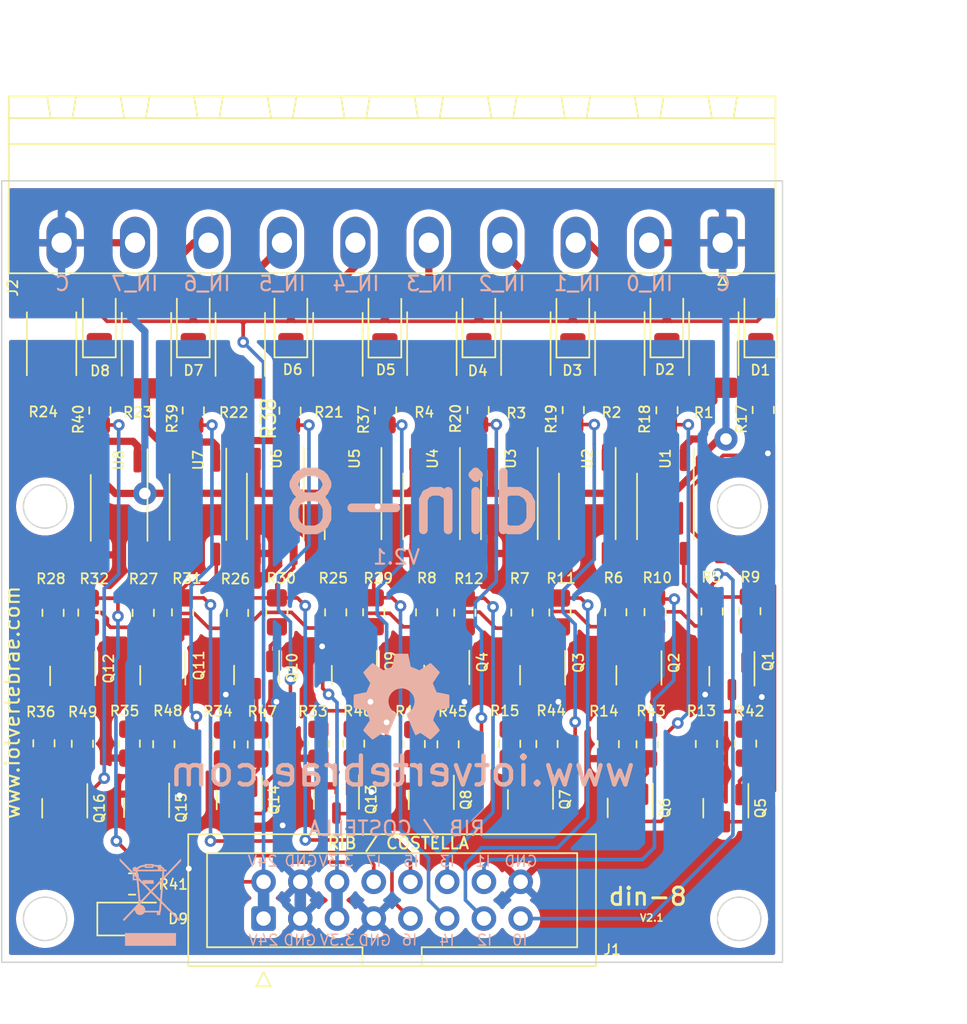
<source format=kicad_pcb>
(kicad_pcb (version 20211014) (generator pcbnew)
  (title_block (title "din-8") (date "2023-04-06") (rev "1.1") (company "www.iotvertebrae.com") (comment 1 "Mechanical design: Xavier Pi") (comment 2 "Circuit & PCB design: Jordi Binefa"))
  (layers (0 "F.Cu" signal) (31 "B.Cu" signal) (34 "B.Paste" user) (35 "F.Paste" user) (36 "B.SilkS" user "B.Silkscreen") (37 "F.SilkS" user "F.Silkscreen") (38 "B.Mask" user) (39 "F.Mask" user) (44 "Edge.Cuts" user))
  (net 0 "")
  (net 1 "Net-(D1-Pad1)")
  (net 2 "+24V")
  (net 3 "Net-(D2-Pad1)")
  (net 4 "Net-(D3-Pad1)")
  (net 5 "Net-(D4-Pad1)")
  (net 6 "Net-(D5-Pad1)")
  (net 7 "Net-(D6-Pad1)")
  (net 8 "Net-(D7-Pad1)")
  (net 9 "Net-(D8-Pad1)")
  (net 10 "GND")
  (net 11 "Net-(D9-Pad2)")
  (net 12 "/IO_0")
  (net 13 "/IO_1")
  (net 14 "/IO_2")
  (net 15 "/IO_3")
  (net 16 "/IO_4")
  (net 17 "/IO_5")
  (net 18 "/IO_6")
  (net 19 "/IO_7")
  (net 20 "+3.3V")
  (net 21 "/COM")
  (net 22 "/IN_0")
  (net 23 "/IN_1")
  (net 24 "/IN_2")
  (net 25 "/IN_3")
  (net 26 "/IN_4")
  (net 27 "/IN_5")
  (net 28 "/IN_6")
  (net 29 "/IN_7")
  (net 30 "Net-(Q1-Pad1)")
  (net 31 "Net-(Q1-Pad3)")
  (net 32 "Net-(Q2-Pad1)")
  (net 33 "Net-(Q2-Pad3)")
  (net 34 "Net-(Q3-Pad1)")
  (net 35 "Net-(Q3-Pad3)")
  (net 36 "Net-(Q4-Pad1)")
  (net 37 "Net-(Q4-Pad3)")
  (net 38 "Net-(Q5-Pad1)")
  (net 39 "Net-(Q5-Pad3)")
  (net 40 "Net-(Q6-Pad1)")
  (net 41 "Net-(Q6-Pad3)")
  (net 42 "Net-(Q9-Pad1)")
  (net 43 "Net-(Q13-Pad1)")
  (net 44 "Net-(Q10-Pad1)")
  (net 45 "Net-(Q10-Pad3)")
  (net 46 "Net-(Q11-Pad1)")
  (net 47 "Net-(Q11-Pad3)")
  (net 48 "Net-(Q12-Pad1)")
  (net 49 "Net-(Q12-Pad3)")
  (net 50 "Net-(Q7-Pad1)")
  (net 51 "Net-(Q14-Pad3)")
  (net 52 "Net-(Q15-Pad3)")
  (net 53 "Net-(Q16-Pad3)")
  (net 54 "Net-(R1-Pad2)")
  (net 55 "Net-(R2-Pad2)")
  (net 56 "Net-(R3-Pad2)")
  (net 57 "Net-(R4-Pad2)")
  (net 58 "Net-(R21-Pad2)")
  (net 59 "Net-(R22-Pad2)")
  (net 60 "Net-(R23-Pad2)")
  (net 61 "Net-(R24-Pad2)")
  (net 62 "Net-(Q7-Pad3)")
  (net 63 "Net-(Q8-Pad1)")
  (net 64 "Net-(Q8-Pad3)")
  (net 65 "Net-(Q9-Pad3)")
  (net 66 "Net-(Q13-Pad3)")
  (net 67 "Net-(Q14-Pad1)")
  (net 68 "Net-(Q15-Pad1)")
  (net 69 "Net-(Q16-Pad1)")
  (footprint "Package_TO_SOT_SMD:SOT-23" (layer "F.Cu") (at 128.36 109.3575 -90)
    (fp_text reference "Q16")
    (fp_text value "BC817")
  )
  (footprint "Resistor_SMD:R_0805_2012Metric_Pad1.20x1.40mm_HandSolder" (layer "F.Cu") (at 147.1 95.82 90)
    (fp_text reference "R25")
    (fp_text value "3K3")
  )
  (footprint "Package_TO_SOT_SMD:SOT-23" (layer "F.Cu") (at 167.47 109.33 -90)
    (fp_text reference "Q6")
    (fp_text value "BC817")
  )
  (footprint "Resistor_SMD:R_0805_2012Metric_Pad1.20x1.40mm_HandSolder" (layer "F.Cu") (at 133.02 114.59 180)
    (fp_text reference "R41")
    (fp_text value "10K")
  )
  (footprint "Resistor_SMD:R_0805_2012Metric_Pad1.20x1.40mm_HandSolder" (layer "F.Cu") (at 162.61 95.83 -90)
    (fp_text reference "R11")
    (fp_text value "3K3")
  )
  (footprint "Resistor_SMD:R_0805_2012Metric_Pad1.20x1.40mm_HandSolder" (layer "F.Cu") (at 136.51 95.82 -90)
    (fp_text reference "R31")
    (fp_text value "3K3")
  )
  (footprint "Package_TO_SOT_SMD:SOT-23" (layer "F.Cu") (at 174.5 100.23 -90)
    (fp_text reference "Q1")
    (fp_text value "BC857")
  )
  (footprint "Resistor_SMD:R_2512_6332Metric_Pad1.40x3.35mm_HandSolder" (layer "F.Cu") (at 166.75 77.25 -90)
    (fp_text reference "R2")
    (fp_text value "1K2/1W (2512)")
  )
  (footprint "Package_SO:SOIC-4_IS126_4.55x3.7mm_P2.54mm" (layer "F.Cu") (at 148.3 88.5 -90)
    (fp_text reference "U5")
    (fp_text value "IS126")
  )
  (footprint "Resistor_SMD:R_0805_2012Metric_Pad1.20x1.40mm_HandSolder" (layer "F.Cu") (at 163.53 81.84 -90)
    (fp_text reference "R19")
    (fp_text value "10K")
  )
  (footprint "Package_TO_SOT_SMD:SOT-23" (layer "F.Cu") (at 128.91 100.21 -90)
    (fp_text reference "Q12")
    (fp_text value "BC857")
  )
  (footprint "Package_TO_SOT_SMD:SOT-23" (layer "F.Cu") (at 148.39 100.16 -90)
    (fp_text reference "Q9")
    (fp_text value "BC857")
  )
  (footprint "Package_TO_SOT_SMD:SOT-23" (layer "F.Cu") (at 154.78 100.14 -90)
    (fp_text reference "Q4")
    (fp_text value "BC857")
  )
  (footprint "Package_TO_SOT_SMD:SOT-23" (layer "F.Cu") (at 160.57 108.7525 -90)
    (fp_text reference "Q7")
    (fp_text value "BC817")
  )
  (footprint "Package_SO:SOIC-4_IS126_4.55x3.7mm_P2.54mm" (layer "F.Cu") (at 137.57 88.55 -90)
    (fp_text reference "U7")
    (fp_text value "IS126")
  )
  (footprint "Resistor_SMD:R_0805_2012Metric_Pad1.20x1.40mm_HandSolder" (layer "F.Cu") (at 175.74 95.74 -90)
    (fp_text reference "R9")
    (fp_text value "3K3")
  )
  (footprint "LED_SMD:LED_1206_3216Metric_Pad1.42x1.75mm_HandSolder" (layer "F.Cu") (at 150.5 75.75 90)
    (fp_text reference "D5")
    (fp_text value "GREEN_LED")
  )
  (footprint "Resistor_SMD:R_0805_2012Metric_Pad1.20x1.40mm_HandSolder" (layer "F.Cu") (at 137.25 81.87 -90)
    (fp_text reference "R39")
    (fp_text value "10K")
  )
  (footprint "Resistor_SMD:R_0805_2012Metric_Pad1.20x1.40mm_HandSolder" (layer "F.Cu") (at 161.71 104.92 -90)
    (fp_text reference "R44")
    (fp_text value "3K3")
  )
  (footprint "Resistor_SMD:R_0805_2012Metric_Pad1.20x1.40mm_HandSolder" (layer "F.Cu") (at 126.92 104.87 -90)
    (fp_text reference "R36")
    (fp_text value "10K")
  )
  (footprint "Resistor_SMD:R_0805_2012Metric_Pad1.20x1.40mm_HandSolder" (layer "F.Cu") (at 156.95 81.84 -90)
    (fp_text reference "R20")
    (fp_text value "10K")
  )
  (footprint "Resistor_SMD:R_0805_2012Metric_Pad1.20x1.40mm_HandSolder" (layer "F.Cu") (at 175.45 104.89 -90)
    (fp_text reference "R42")
    (fp_text value "3K3")
  )
  (footprint "Resistor_SMD:R_2512_6332Metric_Pad1.40x3.35mm_HandSolder" (layer "F.Cu") (at 140.5 77.3 -90)
    (fp_text reference "R22")
    (fp_text value "1K2/1W (2512)")
  )
  (footprint "Package_TO_SOT_SMD:SOT-23" (layer "F.Cu") (at 153.71 108.7725 -90)
    (fp_text reference "Q8")
    (fp_text value "BC817")
  )
  (footprint "Package_TO_SOT_SMD:SOT-23" (layer "F.Cu") (at 141.63 100.15 -90)
    (fp_text reference "Q10")
    (fp_text value "BC857")
  )
  (footprint "Package_TO_SOT_SMD:SOT-23" (layer "F.Cu") (at 140.43 108.78 -90)
    (fp_text reference "Q14")
    (fp_text value "BC817")
  )
  (footprint "Resistor_SMD:R_2512_6332Metric_Pad1.40x3.35mm_HandSolder" (layer "F.Cu") (at 153.75 77.25 -90)
    (fp_text reference "R4")
    (fp_text value "1K2/1W (2512)")
  )
  (footprint "Package_SO:SOIC-4_IS126_4.55x3.7mm_P2.54mm" (layer "F.Cu") (at 169.9 88.5 -90)
    (fp_text reference "U1")
    (fp_text value "IS126")
  )
  (footprint "Resistor_SMD:R_2512_6332Metric_Pad1.40x3.35mm_HandSolder" (layer "F.Cu") (at 147.25 77.3 -90)
    (fp_text reference "R21")
    (fp_text value "1K2/1W (2512)")
  )
  (footprint "Resistor_SMD:R_0805_2012Metric_Pad1.20x1.40mm_HandSolder" (layer "F.Cu") (at 149.73 95.81 -90)
    (fp_text reference "R29")
    (fp_text value "3K3")
  )
  (footprint "LED_SMD:LED_1206_3216Metric_Pad1.42x1.75mm_HandSolder" (layer "F.Cu") (at 144 75.7375 90)
    (fp_text reference "D6")
    (fp_text value "GREEN_LED")
  )
  (footprint "Package_SO:SOIC-4_IS126_4.55x3.7mm_P2.54mm" (layer "F.Cu") (at 153.73 88.5 -90)
    (fp_text reference "U4")
    (fp_text value "IS126")
  )
  (footprint "Package_SO:SOIC-4_IS126_4.55x3.7mm_P2.54mm" (layer "F.Cu") (at 142.92 88.5 -90)
    (fp_text reference "U6")
    (fp_text value "IS126")
  )
  (footprint "Package_TO_SOT_SMD:SOT-23" (layer "F.Cu") (at 174.08 109.35 -90)
    (fp_text reference "Q5")
    (fp_text value "BC817")
  )
  (footprint "Package_TO_SOT_SMD:SOT-23" (layer "F.Cu") (at 135.14 100.17 -90)
    (fp_text reference "Q11")
    (fp_text value "BC857")
  )
  (footprint "Resistor_SMD:R_0805_2012Metric_Pad1.20x1.40mm_HandSolder" (layer "F.Cu") (at 168.64 104.94 -90)
    (fp_text reference "R43")
    (fp_text value "3K3")
  )
  (footprint "LED_SMD:LED_1206_3216Metric_Pad1.42x1.75mm_HandSolder" (layer "F.Cu") (at 130.75 75.7375 90)
    (fp_text reference "D8")
    (fp_text value "GREEN_LED")
  )
  (footprint "Resistor_SMD:R_0805_2012Metric_Pad1.20x1.40mm_HandSolder" (layer "F.Cu") (at 129.58 104.9 -90)
    (fp_text reference "R49")
    (fp_text value "3K3")
  )
  (footprint "Connector_IDC:IDC-Header_2x08_P2.54mm_Vertical" (layer "F.Cu") (at 142.11 116.98 90)
    (fp_text reference "J1")
    (fp_text value "Conn_02x08_Odd_Even")
  )
  (footprint "Resistor_SMD:R_0805_2012Metric_Pad1.20x1.40mm_HandSolder" (layer "F.Cu") (at 159.13 104.9 -90)
    (fp_text reference "R15")
    (fp_text value "10K")
  )
  (footprint "Resistor_SMD:R_0805_2012Metric_Pad1.20x1.40mm_HandSolder" (layer "F.Cu") (at 172.74 104.91 -90)
    (fp_text reference "R13")
    (fp_text value "10K")
  )
  (footprint "Resistor_SMD:R_0805_2012Metric_Pad1.20x1.40mm_HandSolder" (layer "F.Cu") (at 130.03 95.84 -90)
    (fp_text reference "R32")
    (fp_text value "3K3")
  )
  (footprint "Resistor_SMD:R_0805_2012Metric_Pad1.20x1.40mm_HandSolder" (layer "F.Cu") (at 140.31 95.86 90)
    (fp_text reference "R26")
    (fp_text value "3K3")
  )
  (footprint "Package_TO_SOT_SMD:SOT-23" (layer "F.Cu") (at 147.15 108.7475 -90)
    (fp_text reference "Q13")
    (fp_text value "BC817")
  )
  (footprint "Resistor_SMD:R_0805_2012Metric_Pad1.20x1.40mm_HandSolder" (layer "F.Cu") (at 130.79 81.87 -90)
    (fp_text reference "R40")
    (fp_text value "10K")
  )
  (footprint "LED_SMD:LED_1206_3216Metric_Pad1.42x1.75mm_HandSolder" (layer "F.Cu") (at 157 75.7375 90)
    (fp_text reference "D4")
    (fp_text value "GREEN_LED")
  )
  (footprint "Resistor_SMD:R_0805_2012Metric_Pad1.20x1.40mm_HandSolder" (layer "F.Cu") (at 176.67 81.83 -90)
    (fp_text reference "R17")
    (fp_text value "10K")
  )
  (footprint "LED_SMD:LED_1206_3216Metric_Pad1.42x1.75mm_HandSolder" (layer "F.Cu") (at 176.5 75.7375 90)
    (fp_text reference "D1")
    (fp_text value "GREEN_LED")
  )
  (footprint "Resistor_SMD:R_0805_2012Metric_Pad1.20x1.40mm_HandSolder" (layer "F.Cu") (at 127.55 95.85 90)
    (fp_text reference "R28")
    (fp_text value "3K3")
  )
  (footprint "Package_TO_SOT_SMD:SOT-23" (layer "F.Cu") (at 134.02 109.32 -90)
    (fp_text reference "Q15")
    (fp_text value "BC817")
  )
  (footprint "Resistor_SMD:R_0805_2012Metric_Pad1.20x1.40mm_HandSolder" (layer "F.Cu") (at 169.19 95.8 -90)
    (fp_text reference "R10")
    (fp_text value "3K3")
  )
  (footprint "Resistor_SMD:R_0805_2012Metric_Pad1.20x1.40mm_HandSolder" (layer "F.Cu") (at 148.34 104.89 -90)
    (fp_text reference "R46")
    (fp_text value "3K3")
  )
  (footprint "Resistor_SMD:R_2512_6332Metric_Pad1.40x3.35mm_HandSolder" (layer "F.Cu") (at 127.45 77.26 -90)
    (fp_text reference "R24")
    (fp_text value "1K2/1W (2512)")
  )
  (footprint "Resistor_SMD:R_0805_2012Metric_Pad1.20x1.40mm_HandSolder" (layer "F.Cu") (at 156.03 95.84 -90)
    (fp_text reference "R12")
    (fp_text value "3K3")
  )
  (footprint "Package_SO:SOIC-4_IS126_4.55x3.7mm_P2.54mm" (layer "F.Cu") (at 132.12 88.6 -90)
    (fp_text reference "U8")
    (fp_text value "IS126")
  )
  (footprint "LED_SMD:LED_1206_3216Metric_Pad1.42x1.75mm_HandSolder" (layer "F.Cu") (at 133.0725 117.01)
    (fp_text reference "D9")
    (fp_text value "RED_LED")
  )
  (footprint "LED_SMD:LED_1206_3216Metric_Pad1.42x1.75mm_HandSolder" (layer "F.Cu") (at 163.5 75.75 90)
    (fp_text reference "D3")
    (fp_text value "GREEN_LED")
  )
  (footprint "Resistor_SMD:R_0805_2012Metric_Pad1.20x1.40mm_HandSolder" (layer "F.Cu") (at 141.75 104.95 -90)
    (fp_text reference "R47")
    (fp_text value "3K3")
  )
  (footprint "Resistor_SMD:R_0805_2012Metric_Pad1.20x1.40mm_HandSolder" (layer "F.Cu") (at 154.87 104.94 -90)
    (fp_text reference "R45")
    (fp_text value "3K3")
  )
  (footprint "LED_SMD:LED_1206_3216Metric_Pad1.42x1.75mm_HandSolder" (layer "F.Cu") (at 170 75.7375 90)
    (fp_text reference "D2")
    (fp_text value "GREEN_LED")
  )
  (footprint "Resistor_SMD:R_0805_2012Metric_Pad1.20x1.40mm_HandSolder" (layer "F.Cu") (at 143.94 81.88 -90)
    (fp_text reference "R38")
    (fp_text value "10K")
  )
  (footprint "Resistor_SMD:R_2512_6332Metric_Pad1.40x3.35mm_HandSolder" (layer "F.Cu") (at 134.01 77.29 -90)
    (fp_text reference "R23")
    (fp_text value "1K2/1W (2512)")
  )
  (footprint "Resistor_SMD:R_0805_2012Metric_Pad1.20x1.40mm_HandSolder" (layer "F.Cu") (at 173.13 95.76 90)
    (fp_text reference "R5")
    (fp_text value "3K3")
  )
  (footprint "Resistor_SMD:R_0805_2012Metric_Pad1.20x1.40mm_HandSolder" (layer "F.Cu") (at 145.9 104.9 -90)
    (fp_text reference "R33")
    (fp_text value "10K")
  )
  (footprint "Resistor_SMD:R_0805_2012Metric_Pad1.20x1.40mm_HandSolder" (layer "F.Cu") (at 133.79 95.85 90)
    (fp_text reference "R27")
    (fp_text value "3K3")
  )
  (footprint "Resistor_SMD:R_0805_2012Metric_Pad1.20x1.40mm_HandSolder" (layer "F.Cu") (at 152.53 104.92 -90)
    (fp_text reference "R16")
    (fp_text value "10K")
  )
  (footprint "LED_SMD:LED_1206_3216Metric_Pad1.42x1.75mm_HandSolder" (layer "F.Cu") (at 137.25 75.7375 90)
    (fp_text reference "D7")
    (fp_text value "GREEN_LED")
  )
  (footprint "Resistor_SMD:R_2512_6332Metric_Pad1.40x3.35mm_HandSolder" (layer "F.Cu") (at 173.25 77.25 -90)
    (fp_text reference "R1")
    (fp_text value "1K2/1W (2512)")
  )
  (footprint "Resistor_SMD:R_0805_2012Metric_Pad1.20x1.40mm_HandSolder" (layer "F.Cu") (at 143.03 95.82 -90)
    (fp_text reference "R30")
    (fp_text value "3K3")
  )
  (footprint "Resistor_SMD:R_0805_2012Metric_Pad1.20x1.40mm_HandSolder" (layer "F.Cu") (at 150.55 81.87 -90)
    (fp_text reference "R37")
    (fp_text value "10K")
  )
  (footprint "Resistor_SMD:R_2512_6332Metric_Pad1.40x3.35mm_HandSolder" (layer "F.Cu") (at 160.25 77.25 -90)
    (fp_text reference "R3")
    (fp_text value "1K2/1W (2512)")
  )
  (footprint "Resistor_SMD:R_0805_2012Metric_Pad1.20x1.40mm_HandSolder" (layer "F.Cu") (at 159.98 95.83 90)
    (fp_text reference "R7")
    (fp_text value "3K3")
  )
  (footprint "Resistor_SMD:R_0805_2012Metric_Pad1.20x1.40mm_HandSolder" (layer "F.Cu") (at 135.21 104.93 -90)
    (fp_text reference "R48")
    (fp_text value "3K3")
  )
  (footprint "Package_TO_SOT_SMD:SOT-23" (layer "F.Cu") (at 168.07 100.17 -90)
    (fp_text reference "Q2")
    (fp_text value "BC857")
  )
  (footprint "Resistor_SMD:R_0805_2012Metric_Pad1.20x1.40mm_HandSolder" (layer "F.Cu") (at 166.47 95.81 90)
    (fp_text reference "R6")
    (fp_text value "3K3")
  )
  (footprint "Resistor_SMD:R_0805_2012Metric_Pad1.20x1.40mm_HandSolder" (layer "F.Cu") (at 132.82 104.89 -90)
    (fp_text reference "R35")
    (fp_text value "10K")
  )
  (footprint "Resistor_SMD:R_0805_2012Metric_Pad1.20x1.40mm_HandSolder" (layer "F.Cu") (at 165.95 104.93 -90)
    (fp_text reference "R14")
    (fp_text value "10K")
  )
  (footprint "Resistor_SMD:R_0805_2012Metric_Pad1.20x1.40mm_HandSolder" (layer "F.Cu") (at 153.39 95.82 90)
    (fp_text reference "R8")
    (fp_text value "3K3")
  )
  (footprint "Package_SO:SOIC-4_IS126_4.55x3.7mm_P2.54mm" (layer "F.Cu") (at 164.5 88.5 -90)
    (fp_text reference "U2")
    (fp_text value "IS126")
  )
  (footprint "Package_TO_SOT_SMD:SOT-23" (layer "F.Cu") (at 161.41 100.16 -90)
    (fp_text reference "Q3")
    (fp_text value "BC857")
  )
  (footprint "Resistor_SMD:R_0805_2012Metric_Pad1.20x1.40mm_HandSolder" (layer "F.Cu") (at 170.01 81.85 -90)
    (fp_text reference "R18")
    (fp_text value "10K")
  )
  (footprint "Resistor_SMD:R_0805_2012Metric_Pad1.20x1.40mm_HandSolder" (layer "F.Cu") (at 139.36 104.95 -90)
    (fp_text reference "R34")
    (fp_text value "10K")
  )
  (footprint "Package_SO:SOIC-4_IS126_4.55x3.7mm_P2.54mm" (layer "F.Cu") (at 159.11 88.5 -90)
    (fp_text reference "U3")
    (fp_text value "IS126")
  )
  (footprint "Connector_Phoenix_MSTB:PhoenixContact_MSTBA_2,5_10-G-5,08_1x10_P5.08mm_Horizontal" (layer "F.Cu") (at 173.86 70.2775 180)
    (fp_text reference "J2")
    (fp_text value "Conn_01x10")
  )
  (footprint "Symbol:WEEE-Logo_4.2x6mm_SilkScreen" (layer "B.Cu") (at 134.28 115.84 180)
    (fp_text reference "REF**" hide)
    (fp_text value "WEEE-Logo_4.2x6mm_SilkScreen" hide)
  )
  (footprint "Symbol:OSHW-Symbol_6.7x6mm_SilkScreen" (layer "B.Cu") (at 151.66 101.66 180)
    (fp_text reference "REF**" hide)
    (fp_text value "OSHW-Symbol_6.7x6mm_SilkScreen" hide)
  )
  (gr_circle (center 127 88.5) (end 128.5 88.5) (layer "Edge.Cuts") (width 0.1) (fill none))
  (gr_circle (center 175 88.5) (end 176.5 88.5) (layer "Edge.Cuts") (width 0.1) (fill none))
  (gr_circle (center 127 117) (end 125.5 117) (layer "Edge.Cuts") (width 0.1) (fill none))
  (gr_rect (start 124 120) (end 178 66) (layer "Edge.Cuts") (width 0.1) (fill none))
  (gr_circle (center 175 117) (end 175 118.5) (layer "Edge.Cuts") (width 0.1) (fill none))
  (gr_text "V2.1" (at 151.3 92) (layer "B.SilkS") (effects (font (size 1 1)) (justify mirror)))
  (gr_text "IN_1" (at 163.8 73.1) (layer "B.SilkS") (effects (font (size 1 1)) (justify mirror)))
  (gr_text "I6" (at 152.2 118.46) (layer "B.SilkS") (effects (font (size 0.75 0.75) (thickness 0.1)) (justify mirror)))
  (gr_text "IN_4" (at 148.5 73.1) (layer "B.SilkS") (effects (font (size 1 1)) (justify mirror)))
  (gr_text "24V" (at 142.1 118.47) (layer "B.SilkS") (effects (font (size 0.75 0.75) (thickness 0.1)) (justify mirror)))
  (gr_text "C" (at 173.9 73.1) (layer "B.SilkS") (effects (font (size 1 1)) (justify mirror)))
  (gr_text "GND" (at 149.8 118.48) (layer "B.SilkS") (effects (font (size 0.75 0.75) (thickness 0.1)) (justify mirror)))
  (gr_text "RIB / COSTELLA" (at 151.32 110.75) (layer "B.SilkS") (effects (font (size 1 1)) (justify mirror)))
  (gr_text "I5" (at 152.3 113.02) (layer "B.SilkS") (effects (font (size 0.75 0.75) (thickness 0.1)) (justify mirror)))
  (gr_text "GND" (at 159.91 113.02) (layer "B.SilkS") (effects (font (size 0.75 0.75) (thickness 0.1)) (justify mirror)))
  (gr_text "IN_2" (at 158.6 73.1) (layer "B.SilkS") (effects (font (size 1 1)) (justify mirror)))
  (gr_text "IN_7" (at 133.2 73.1) (layer "B.SilkS") (effects (font (size 1 1)) (justify mirror)))
  (gr_text "I2" (at 157.39 118.47) (layer "B.SilkS") (effects (font (size 0.75 0.75) (thickness 0.1)) (justify mirror)))
  (gr_text "IN_6" (at 138.2 73.1) (layer "B.SilkS") (effects (font (size 1 1)) (justify mirror)))
  (gr_text "3.3V" (at 147.13 113.01) (layer "B.SilkS") (effects (font (size 0.75 0.75) (thickness 0.1)) (justify mirror)))
  (gr_text "IN_0" (at 168.8 73.1) (layer "B.SilkS") (effects (font (size 1 1)) (justify mirror)))
  (gr_text "I3" (at 154.81 113.02) (layer "B.SilkS") (effects (font (size 0.75 0.75) (thickness 0.1)) (justify mirror)))
  (gr_text "GND" (at 144.62 118.47) (layer "B.SilkS") (effects (font (size 0.75 0.75) (thickness 0.1)) (justify mirror)))
  (gr_text "I7" (at 149.73 113.02) (layer "B.SilkS") (effects (font (size 0.75 0.75) (thickness 0.1)) (justify mirror)))
  (gr_text "IN_5" (at 143.4 73.1) (layer "B.SilkS") (effects (font (size 1 1)) (justify mirror)))
  (gr_text "24V" (at 142.05 113.01) (layer "B.SilkS") (effects (font (size 0.75 0.75) (thickness 0.1)) (justify mirror)))
  (gr_text "C" (at 128.2 73.1) (layer "B.SilkS") (effects (font (size 1 1)) (justify mirror)))
  (gr_text "I4" (at 154.79 118.5) (layer "B.SilkS") (effects (font (size 0.75 0.75) (thickness 0.1)) (justify mirror)))
  (gr_text "I0" (at 159.83 118.47) (layer "B.SilkS") (effects (font (size 0.75 0.75) (thickness 0.1)) (justify mirror)))
  (gr_text "din-8" (at 152.4 88.3) (layer "B.SilkS") (effects (font (size 4 4) (thickness 0.6)) (justify mirror)))
  (gr_text "IN_3" (at 153.6 73.1) (layer "B.SilkS") (effects (font (size 1 1)) (justify mirror)))
  (gr_text "3.3V" (at 147.21 118.47) (layer "B.SilkS") (effects (font (size 0.75 0.75) (thickness 0.1)) (justify mirror)))
  (gr_text "I1" (at 157.28 113.02) (layer "B.SilkS") (effects (font (size 0.75 0.75) (thickness 0.1)) (justify mirror)))
  (gr_text "GND" (at 144.7 113) (layer "B.SilkS") (effects (font (size 0.75 0.75) (thickness 0.1)) (justify mirror)))
  (gr_text "www.iotvertebrae.com" (at 151.7 106.8) (layer "B.SilkS") (effects (font (size 2 2) (thickness 0.3)) (justify mirror)))
  (gr_text "din-8" (at 168.68 115.46) (layer "F.SilkS") (effects (font (size 1.2 1.2) (thickness 0.2))))
  (gr_text "RIB / COSTELLA" (at 151.43 111.77) (layer "F.SilkS") (effects (font (size 0.8 0.8) (thickness 0.14))))
  (gr_text "www.iotvertebrae.com" (at 124.73 102.05 90) (layer "F.SilkS") (effects (font (size 1 1))))
  (gr_text "V2.1" (at 168.96 116.93) (layer "F.SilkS") (effects (font (size 0.5 0.5) (thickness 0.1))))
  (segment (start 176.5 80.66) (end 176.67 80.83) (width 0.25) (layer "F.Cu") (net 1))
  (segment (start 176.5 77.225) (end 176.5 80.66) (width 0.25) (layer "F.Cu") (net 1))
  (segment (start 140.7 75.86) (end 140.54 75.7) (width 0.25) (layer "F.Cu") (net 2))
  (segment (start 150.5 74.2625) (end 150.5 75.42) (width 0.25) (layer "F.Cu") (net 2))
  (segment (start 140.7 77.14) (end 140.7 76.39) (width 0.25) (layer "F.Cu") (net 2))
  (segment (start 170.04 75.7) (end 170.28 75.7) (width 0.25) (layer "F.Cu") (net 2))
  (segment (start 156.45 75.7) (end 156.7 75.7) (width 0.25) (layer "F.Cu") (net 2))
  (segment (start 157.3 75.7) (end 163.13 75.7) (width 0.25) (layer "F.Cu") (net 2))
  (segment (start 163.76 75.7) (end 169.71 75.7) (width 0.25) (layer "F.Cu") (net 2))
  (segment (start 130.75 75.17) (end 131.28 75.7) (width 0.25) (layer "F.Cu") (net 2))
  (segment (start 140.7 76.39) (end 140.7 75.87) (width 0.25) (layer "F.Cu") (net 2))
  (segment (start 144.26 75.7) (end 150.2 75.7) (width 0.25) (layer "F.Cu") (net 2))
  (segment (start 169.71 75.7) (end 169.72 75.7) (width 0.25) (layer "F.Cu") (net 2))
  (segment (start 163.5 75.44) (end 163.76 75.7) (width 0.25) (layer "F.Cu") (net 2))
  (segment (start 156.45 75.7) (end 157.3 75.7) (width 0.25) (layer "F.Cu") (net 2))
  (segment (start 137.01 75.7) (end 137.25 75.46) (width 0.25) (layer "F.Cu") (net 2))
  (segment (start 136.76 75.7) (end 137.49 75.7) (width 0.25) (layer "F.Cu") (net 2))
  (segment (start 170 75.42) (end 170.28 75.7) (width 0.25) (layer "F.Cu") (net 2))
  (segment (start 163.24 75.7) (end 163.5 75.44) (width 0.25) (layer "F.Cu") (net 2))
  (segment (start 163.13 75.7) (end 163.76 75.7) (width 0.25) (layer "F.Cu") (net 2))
  (segment (start 170 75.24) (end 170 75.42) (width 0.25) (layer "F.Cu") (net 2))
  (segment (start 143.74 75.7) (end 144.26 75.7) (width 0.25) (layer "F.Cu") (net 2))
  (segment (start 143.74 75.7) (end 144 75.44) (width 0.25) (layer "F.Cu") (net 2))
  (segment (start 169.71 75.7) (end 170.04 75.7) (width 0.25) (layer "F.Cu") (net 2))
  (segment (start 169.72 75.7) (end 170 75.42) (width 0.25) (layer "F.Cu") (net 2))
  (segment (start 163.13 75.7) (end 163.24 75.7) (width 0.25) (layer "F.Cu") (net 2))
  (segment (start 163.5 74.2625) (end 163.5 75.44) (width 0.25) (layer "F.Cu") (net 2))
  (segment (start 150.78 75.7) (end 156.45 75.7) (width 0.25) (layer "F.Cu") (net 2))
  (segment (start 170 74.25) (end 170 75.24) (width 0.25) (layer "F.Cu") (net 2))
  (segment (start 176.25 75.7) (end 176.5 75.45) (width 0.25) (layer "F.Cu") (net 2))
  (segment (start 150.22 75.7) (end 150.5 75.42) (width 0.25) (layer "F.Cu") (net 2))
  (segment (start 130.75 74.25) (end 130.75 75.17) (width 0.25) (layer "F.Cu") (net 2))
  (segment (start 170 75.66) (end 170.04 75.7) (width 0.25) (layer "F.Cu") (net 2))
  (segment (start 170.28 75.7) (end 176.25 75.7) (width 0.25) (layer "F.Cu") (net 2))
  (segment (start 137.25 75.46) (end 137.49 75.7) (width 0.25) (layer "F.Cu") (net 2))
  (segment (start 136.76 75.7) (end 137.01 75.7) (width 0.25) (layer "F.Cu") (net 2))
  (segment (start 150.2 75.7) (end 150.22 75.7) (width 0.25) (layer "F.Cu") (net 2))
  (segment (start 140.54 75.7) (end 140.87 75.7) (width 0.25) (layer "F.Cu") (net 2))
  (segment (start 140.7 75.87) (end 140.87 75.7) (width 0.25) (layer "F.Cu") (net 2))
  (segment (start 131.28 75.7) (end 136.76 75.7) (width 0.25) (layer "F.Cu") (net 2))
  (segment (start 137.49 75.7) (end 140.54 75.7) (width 0.25) (layer "F.Cu") (net 2))
  (segment (start 144 75.44) (end 144.26 75.7) (width 0.25) (layer "F.Cu") (net 2))
  (segment (start 150.2 75.7) (end 150.78 75.7) (width 0.25) (layer "F.Cu") (net 2))
  (segment (start 137.25 74.25) (end 137.25 75.46) (width 0.25) (layer "F.Cu") (net 2))
  (segment (start 140.72 114.44) (end 142.11 114.44) (width 0.25) (layer "F.Cu") (net 2))
  (segment (start 157 75.4) (end 157.3 75.7) (width 0.25) (layer "F.Cu") (net 2))
  (segment (start 144 74.25) (end 144 75.44) (width 0.25) (layer "F.Cu") (net 2))
  (segment (start 140.7 76.39) (end 140.7 75.86) (width 0.25) (layer "F.Cu") (net 2))
  (segment (start 134.02 114.59) (end 140.57 114.59) (width 0.25) (layer "F.Cu") (net 2))
  (segment (start 157 74.25) (end 157 75.4) (width 0.25) (layer "F.Cu") (net 2))
  (segment (start 176.5 75.45) (end 176.5 74.25) (width 0.25) (layer "F.Cu") (net 2))
  (segment (start 170 75.42) (end 170 75.66) (width 0.25) (layer "F.Cu") (net 2))
  (segment (start 140.87 75.7) (end 143.74 75.7) (width 0.25) (layer "F.Cu") (net 2))
  (segment (start 156.7 75.7) (end 157 75.4) (width 0.25) (layer "F.Cu") (net 2))
  (segment (start 140.57 114.59) (end 140.72 114.44) (width 0.25) (layer "F.Cu") (net 2))
  (segment (start 150.5 75.42) (end 150.78 75.7) (width 0.25) (layer "F.Cu") (net 2))
  (via (at 140.7 77.14) (size 0.8) (drill 0.4) (layers "F.Cu" "B.Cu") (net 2))
  (segment (start 140.7 77.14) (end 142.11 78.55) (width 0.25) (layer "B.Cu") (net 2))
  (segment (start 142.11 116.98) (end 142.11 114.44) (width 0.8) (layer "B.Cu") (net 2))
  (segment (start 142.11 78.55) (end 142.11 114.44) (width 0.25) (layer "B.Cu") (net 2))
  (segment (start 170 77.225) (end 170 80.84) (width 0.25) (layer "F.Cu") (net 3))
  (segment (start 170 80.84) (end 170.01 80.85) (width 0.25) (layer "F.Cu") (net 3))
  (segment (start 163.5 77.2375) (end 163.5 80.81) (width 0.25) (layer "F.Cu") (net 4))
  (segment (start 163.5 80.81) (end 163.53 80.84) (width 0.25) (layer "F.Cu") (net 4))
  (segment (start 157 77.225) (end 157 80.79) (width 0.25) (layer "F.Cu") (net 5))
  (segment (start 157 80.79) (end 156.95 80.84) (width 0.25) (layer "F.Cu") (net 5))
  (segment (start 150.5 80.82) (end 150.55 80.87) (width 0.25) (layer "F.Cu") (net 6))
  (segment (start 150.5 77.2375) (end 150.5 80.82) (width 0.25) (layer "F.Cu") (net 6))
  (segment (start 144 80.82) (end 143.94 80.88) (width 0.25) (layer "F.Cu") (net 7))
  (segment (start 144 77.225) (end 144 80.82) (width 0.25) (layer "F.Cu") (net 7))
  (segment (start 137.25 77.225) (end 137.25 80.87) (width 0.25) (layer "F.Cu") (net 8))
  (segment (start 130.75 80.83) (end 130.79 80.87) (width 0.25) (layer "F.Cu") (net 9))
  (segment (start 130.75 77.225) (end 130.75 80.83) (width 0.25) (layer "F.Cu") (net 9))
  (segment (start 132.82 105.89) (end 132.82 106.83) (width 0.25) (layer "F.Cu") (net 10))
  (segment (start 173.13 107.16) (end 172.74 106.77) (width 0.25) (layer "F.Cu") (net 10))
  (segment (start 132.82 106.83) (end 133.07 107.08) (width 0.25) (layer "F.Cu") (net 10))
  (segment (start 133.07 107.08) (end 133.07 108.3825) (width 0.25) (layer "F.Cu") (net 10))
  (segment (start 145.9 106.57) (end 145.9 105.9) (width 0.25) (layer "F.Cu") (net 10))
  (segment (start 139.5 107.8225) (end 139.48 107.8425) (width 0.25) (layer "F.Cu") (net 10))
  (segment (start 139.36 106.59) (end 139.5 106.73) (width 0.25) (layer "F.Cu") (net 10))
  (segment (start 159.13 105.9) (end 159.13 106.47) (width 0.25) (layer "F.Cu") (net 10))
  (segment (start 146.2 107.81) (end 146.2 106.87) (width 0.25) (layer "F.Cu") (net 10))
  (segment (start 139.5 106.73) (end 139.5 107.8225) (width 0.25) (layer "F.Cu") (net 10))
  (segment (start 165.95 106.55) (end 166.52 107.12) (width 0.25) (layer "F.Cu") (net 10))
  (segment (start 159.13 106.47) (end 159.62 106.96) (width 0.25) (layer "F.Cu") (net 10))
  (segment (start 172.74 106.77) (end 172.74 105.91) (width 0.25) (layer "F.Cu") (net 10))
  (segment (start 152.76 106.87) (end 152.76 107.835) (width 0.25) (layer "F.Cu") (net 10))
  (segment (start 159.62 106.96) (end 159.62 107.815) (width 0.25) (layer "F.Cu") (net 10))
  (segment (start 173.13 108.4125) (end 173.13 107.16) (width 0.25) (layer "F.Cu") (net 10))
  (segment (start 146.2 106.87) (end 145.9 106.57) (width 0.25) (layer "F.Cu") (net 10))
  (segment (start 165.95 105.93) (end 165.95 106.55) (width 0.25) (layer "F.Cu") (net 10))
  (segment (start 152.53 105.92) (end 152.53 106.64) (width 0.25) (layer "F.Cu") (net 10))
  (segment (start 139.36 105.95) (end 139.36 106.59) (width 0.25) (layer "F.Cu") (net 10))
  (segment (start 152.53 106.64) (end 152.76 106.87) (width 0.25) (layer "F.Cu") (net 10))
  (segment (start 166.52 107.12) (end 166.52 108.3925) (width 0.25) (layer "F.Cu") (net 10))
  (via (at 139.5 101.5) (size 0.8) (drill 0.4) (layers "F.Cu" "B.Cu") (net 10))
  (via (at 136.94 113.53) (size 0.8) (drill 0.4) (layers "F.Cu" "B.Cu") (net 10))
  (via (at 162.5 102) (size 0.8) (drill 0.4) (layers "F.Cu" "B.Cu") (net 10))
  (via (at 172.65 101.5) (size 0.8) (drill 0.4) (layers "F.Cu" "B.Cu") (net 10))
  (via (at 136.3 108.47) (size 0.8) (drill 0.4) (layers "F.Cu" "B.Cu") (net 10))
  (via (at 143 102) (size 0.8) (drill 0.4) (layers "F.Cu" "B.Cu") (net 10))
  (via (at 143.43 110.54) (size 0.8) (drill 0.4) (layers "F.Cu" "B.Cu") (net 10))
  (via (at 149.57 108.24) (size 0.8) (drill 0.4) (layers "F.Cu" "B.Cu") (net 10))
  (via (at 146.16 98.17) (size 0.8) (drill 0.4) (layers "F.Cu" "B.Cu") (net 10))
  (via (at 149.5 102) (size 0.8) (drill 0.4) (layers "F.Cu" "B.Cu") (net 10))
  (via (at 176.57 101.67) (size 0.8) (drill 0.4) (layers "F.Cu" "B.Cu") (net 10))
  (via (at 156 102) (size 0.8) (drill 0.4) (layers "F.Cu" "B.Cu") (net 10))
  (via (at 176.99 84.83) (size 0.8) (drill 0.4) (layers "F.Cu" "B.Cu") (net 10))
  (via (at 150 88.5) (size 0.8) (drill 0.4) (layers "F.Cu" "B.Cu") (net 10))
  (segment (start 144.65 116.98) (end 144.65 114.44) (width 0.8) (layer "B.Cu") (net 10))
  (segment (start 134.44 117.01) (end 134.56 117.01) (width 0.25) (layer "F.Cu") (net 11))
  (segment (start 132.02 114.59) (end 134.44 117.01) (width 0.25) (layer "F.Cu") (net 11))
  (segment (start 172.12 94.76) (end 173.13 94.76) (width 0.25) (layer "F.Cu") (net 12))
  (segment (start 173.13 94.76) (end 173.13 93.91) (width 0.25) (layer "F.Cu") (net 12))
  (segment (start 171.17 91.75) (end 171.17 93.81) (width 0.25) (layer "F.Cu") (net 12))
  (segment (start 171.17 93.81) (end 172.12 94.76) (width 0.25) (layer "F.Cu") (net 12))
  (segment (start 173.54 93.5) (end 173.13 93.91) (width 0.25) (layer "F.Cu") (net 12))
  (segment (start 173.54 93.17) (end 173.54 93.5) (width 0.25) (layer "F.Cu") (net 12))
  (segment (start 173.13 94.76) (end 175.72 94.76) (width 0.25) (layer "F.Cu") (net 12))
  (via (at 173.54 93.17) (size 0.8) (drill 0.4) (layers "F.Cu" "B.Cu") (net 12))
  (segment (start 168.8 116.98) (end 169.19 116.59) (width 0.25) (layer "B.Cu") (net 12))
  (segment (start 174.57 111.21) (end 169.19 116.59) (width 0.25) (layer "B.Cu") (net 12))
  (segment (start 174.15 93.17) (end 174.57 93.59) (width 0.25) (layer "B.Cu") (net 12))
  (segment (start 173.54 93.17) (end 174.15 93.17) (width 0.25) (layer "B.Cu") (net 12))
  (segment (start 174.57 93.59) (end 174.57 111.21) (width 0.25) (layer "B.Cu") (net 12))
  (segment (start 159.89 116.98) (end 168.8 116.98) (width 0.25) (layer "B.Cu") (net 12))
  (segment (start 165.77 92.91) (end 166.49 93.63) (width 0.25) (layer "F.Cu") (net 13))
  (segment (start 169.19 94.8) (end 166.48 94.8) (width 0.25) (layer "F.Cu") (net 13))
  (segment (start 166.48 94.8) (end 166.47 94.81) (width 0.25) (layer "F.Cu") (net 13))
  (segment (start 166.49 94.79) (end 166.47 94.81) (width 0.25) (layer "F.Cu") (net 13))
  (segment (start 169.29 94.9) (end 169.19 94.8) (width 0.25) (layer "F.Cu") (net 13))
  (segment (start 166.49 93.63) (end 166.49 94.79) (width 0.25) (layer "F.Cu") (net 13))
  (segment (start 165.77 91.75) (end 165.77 92.91) (width 0.25) (layer "F.Cu") (net 13))
  (segment (start 170.52 94.9) (end 169.29 94.9) (width 0.25) (layer "F.Cu") (net 13))
  (via (at 170.52 94.9) (size 0.8) (drill 0.4) (layers "F.Cu" "B.Cu") (net 13))
  (segment (start 169.14 101.86) (end 170.49 100.51) (width 0.25) (layer "B.Cu") (net 13))
  (segment (start 157.35 114.44) (end 157.35 113.35) (width 0.25) (layer "B.Cu") (net 13))
  (segment (start 169.14 112.07) (end 169.14 101.86) (width 0.25) (layer "B.Cu") (net 13))
  (segment (start 157.8 112.9) (end 168.31 112.9) (width 0.25) (layer "B.Cu") (net 13))
  (segment (start 157.35 113.35) (end 157.8 112.9) (width 0.25) (layer "B.Cu") (net 13))
  (segment (start 168.31 112.9) (end 169.14 112.07) (width 0.25) (layer "B.Cu") (net 13))
  (segment (start 170.49 100.51) (end 170.49 94.93) (width 0.25) (layer "B.Cu") (net 13))
  (segment (start 170.49 94.93) (end 170.52 94.9) (width 0.25) (layer "B.Cu") (net 13))
  (segment (start 164.04 94.83) (end 164.53 95.32) (width 0.25) (layer "F.Cu") (net 14))
  (segment (start 162.61 94.83) (end 159.98 94.83) (width 0.25) (layer "F.Cu") (net 14))
  (segment (start 160.38 91.75) (end 160.38 93.46) (width 0.25) (layer "F.Cu") (net 14))
  (segment (start 159.98 93.86) (end 159.98 94.83) (width 0.25) (layer "F.Cu") (net 14))
  (segment (start 162.61 94.83) (end 164.04 94.83) (width 0.25) (layer "F.Cu") (net 14))
  (segment (start 160.38 93.46) (end 159.98 93.86) (width 0.25) (layer "F.Cu") (net 14))
  (via (at 164.53 95.32) (size 0.8) (drill 0.4) (layers "F.Cu" "B.Cu") (net 14))
  (segment (start 157.35 116.98) (end 156.07 115.7) (width 0.25) (layer "B.Cu") (net 14))
  (segment (start 156.07 115.7) (end 156.07 113.19) (width 0.25) (layer "B.Cu") (net 14))
  (segment (start 156.07 113.19) (end 156.135 113.125) (width 0.25) (layer "B.Cu") (net 14))
  (segment (start 164.53 95.32) (end 164.53 110) (width 0.25) (layer "B.Cu") (net 14))
  (segment (start 164.53 110) (end 162.44 112.09) (width 0.25) (layer "B.Cu") (net 14))
  (segment (start 157.17 112.09) (end 156.135 113.125) (width 0.25) (layer "B.Cu") (net 14))
  (segment (start 162.44 112.09) (end 157.17 112.09) (width 0.25) (layer "B.Cu") (net 14))
  (segment (start 155 91.75) (end 155 92.83) (width 0.25) (layer "F.Cu") (net 15))
  (segment (start 156.03 94.84) (end 157.38 94.84) (width 0.25) (layer "F.Cu") (net 15))
  (segment (start 156.03 93.86) (end 156.03 94.84) (width 0.25) (layer "F.Cu") (net 15))
  (segment (start 155 92.83) (end 156.03 93.86) (width 0.25) (layer "F.Cu") (net 15))
  (segment (start 156.01 94.82) (end 153.39 94.82) (width 0.25) (layer "F.Cu") (net 15))
  (segment (start 157.38 94.84) (end 157.98 95.44) (width 0.25) (layer "F.Cu") (net 15))
  (via (at 157.98 95.44) (size 0.8) (drill 0.4) (layers "F.Cu" "B.Cu") (net 15))
  (segment (start 154.81 112.8) (end 157.98 109.63) (width 0.25) (layer "B.Cu") (net 15))
  (segment (start 157.98 109.63) (end 157.98 95.44) (width 0.25) (layer "B.Cu") (net 15))
  (segment (start 154.81 114.44) (end 154.81 112.8) (width 0.25) (layer "B.Cu") (net 15))
  (segment (start 149.73 94.81) (end 149.73 93.35) (width 0.25) (layer "F.Cu") (net 16))
  (segment (start 147.11 94.81) (end 147.1 94.82) (width 0.25) (layer "F.Cu") (net 16))
  (segment (start 149.57 91.75) (end 149.57 93.19) (width 0.25) (layer "F.Cu") (net 16))
  (segment (start 151.01 94.81) (end 151.58 95.38) (width 0.25) (layer "F.Cu") (net 16))
  (segment (start 149.73 94.81) (end 147.11 94.81) (width 0.25) (layer "F.Cu") (net 16))
  (segment (start 149.73 94.81) (end 151.01 94.81) (width 0.25) (layer "F.Cu") (net 16))
  (segment (start 149.73 93.35) (end 149.57 93.19) (width 0.25) (layer "F.Cu") (net 16))
  (via (at 151.58 95.38) (size 0.8) (drill 0.4) (layers "F.Cu" "B.Cu") (net 16))
  (segment (start 154.81 116.98) (end 153.52 115.69) (width 0.25) (layer "B.Cu") (net 16))
  (segment (start 151.58 110.85) (end 151.58 95.38) (width 0.25) (layer "B.Cu") (net 16))
  (segment (start 153.52 115.69) (end 153.52 112.79) (width 0.25) (layer "B.Cu") (net 16))
  (segment (start 153.52 112.79) (end 151.58 110.85) (width 0.25) (layer "B.Cu") (net 16))
  (segment (start 151.32 111.55) (end 145 111.55) (width 0.25) (layer "F.Cu") (net 17))
  (segment (start 143.03 94.82) (end 140.35 94.82) (width 0.25) (layer "F.Cu") (net 17))
  (segment (start 143.03 94.82) (end 144.45 94.82) (width 0.25) (layer "F.Cu") (net 17))
  (segment (start 140.35 94.82) (end 140.31 94.86) (width 0.25) (layer "F.Cu") (net 17))
  (segment (start 152.27 112.5) (end 151.32 111.55) (width 0.25) (layer "F.Cu") (net 17))
  (segment (start 144.19 92.76) (end 143.03 93.92) (width 0.25) (layer "F.Cu") (net 17))
  (segment (start 144.45 94.82) (end 144.99 95.36) (width 0.25) (layer "F.Cu") (net 17))
  (segment (start 144.19 91.75) (end 144.19 92.76) (width 0.25) (layer "F.Cu") (net 17))
  (segment (start 143.03 93.92) (end 143.03 94.82) (width 0.25) (layer "F.Cu") (net 17))
  (segment (start 152.27 114.44) (end 152.27 112.5) (width 0.25) (layer "F.Cu") (net 17))
  (via (at 145 111.55) (size 0.8) (drill 0.4) (layers "F.Cu" "B.Cu") (net 17))
  (via (at 144.99 95.36) (size 0.8) (drill 0.4) (layers "F.Cu" "B.Cu") (net 17))
  (segment (start 144.99 111.54) (end 145 111.55) (width 0.25) (layer "B.Cu") (net 17))
  (segment (start 144.99 95.36) (end 144.99 111.54) (width 0.25) (layer "B.Cu") (net 17))
  (segment (start 136.88 93.81) (end 138.32 93.81) (width 0.25) (layer "F.Cu") (net 18))
  (segment (start 152.27 116.98) (end 150.99 115.7) (width 0.25) (layer "F.Cu") (net 18))
  (segment (start 136.51 94.18) (end 136.88 93.81) (width 0.25) (layer "F.Cu") (net 18))
  (segment (start 150.99 112.83) (end 150.58 112.42) (width 0.25) (layer "F.Cu") (net 18))
  (segment (start 137.96 94.82) (end 138.44 95.3) (width 0.25) (layer "F.Cu") (net 18))
  (segment (start 136.51 94.82) (end 137.96 94.82) (width 0.25) (layer "F.Cu") (net 18))
  (segment (start 133.82 94.82) (end 133.79 94.85) (width 0.25) (layer "F.Cu") (net 18))
  (segment (start 150.58 112.42) (end 145.68 112.42) (width 0.25) (layer "F.Cu") (net 18))
  (segment (start 138.32 93.81) (end 138.84 93.29) (width 0.25) (layer "F.Cu") (net 18))
  (segment (start 143.01 111.62) (end 138.44 111.62) (width 0.25) (layer "F.Cu") (net 18))
  (segment (start 150.99 115.7) (end 150.99 112.83) (width 0.25) (layer "F.Cu") (net 18))
  (segment (start 136.51 94.82) (end 133.82 94.82) (width 0.25) (layer "F.Cu") (net 18))
  (segment (start 138.84 93.29) (end 138.84 91.8) (width 0.25) (layer "F.Cu") (net 18))
  (segment (start 145.68 112.42) (end 143.81 112.42) (width 0.25) (layer "F.Cu") (net 18))
  (segment (start 136.51 94.82) (end 136.51 94.18) (width 0.25) (layer "F.Cu") (net 18))
  (segment (start 143.81 112.42) (end 143.01 111.62) (width 0.25) (layer "F.Cu") (net 18))
  (via (at 138.44 111.62) (size 0.8) (drill 0.4) (layers "F.Cu" "B.Cu") (net 18))
  (via (at 138.44 95.3) (size 0.8) (drill 0.4) (layers "F.Cu" "B.Cu") (net 18))
  (segment (start 138.44 95.3) (end 138.44 111.62) (width 0.25) (layer "B.Cu") (net 18))
  (segment (start 133.39 93.28) (end 133.39 91.85) (width 0.25) (layer "F.Cu") (net 19))
  (segment (start 132.04 96.09) (end 132.04 94.97) (width 0.25) (layer "F.Cu") (net 19))
  (segment (start 132.04 94.63) (end 133.39 93.28) (width 0.25) (layer "F.Cu") (net 19))
  (segment (start 143.45 113.08) (end 143 112.63) (width 0.25) (layer "F.Cu") (net 19))
  (segment (start 149.55 113.08) (end 143.45 113.08) (width 0.25) (layer "F.Cu") (net 19))
  (segment (start 127.56 94.84) (end 127.55 94.85) (width 0.25) (layer "F.Cu") (net 19))
  (segment (start 131.83 94.84) (end 132.04 94.63) (width 0.25) (layer "F.Cu") (net 19))
  (segment (start 131.44 94.84) (end 131.83 94.84) (width 0.25) (layer "F.Cu") (net 19))
  (segment (start 131.44 94.84) (end 131.91 94.84) (width 0.25) (layer "F.Cu") (net 19))
  (segment (start 131.91 94.84) (end 132.04 94.97) (width 0.25) (layer "F.Cu") (net 19))
  (segment (start 132.04 94.97) (end 132.04 94.63) (width 0.25) (layer "F.Cu") (net 19))
  (segment (start 130.03 94.84) (end 131.44 94.84) (width 0.25) (layer "F.Cu") (net 19))
  (segment (start 149.73 114.44) (end 149.73 113.26) (width 0.25) (layer "F.Cu") (net 19))
  (segment (start 130.03 94.84) (end 127.56 94.84) (width 0.25) (layer "F.Cu") (net 19))
  (segment (start 143 112.63) (end 132.94 112.63) (width 0.25) (layer "F.Cu") (net 19))
  (segment (start 149.73 113.26) (end 149.55 113.08) (width 0.25) (layer "F.Cu") (net 19))
  (segment (start 132.94 112.63) (end 131.93 111.62) (width 0.25) (layer "F.Cu") (net 19))
  (via (at 132.04 96.09) (size 0.8) (drill 0.4) (layers "F.Cu" "B.Cu") (net 19))
  (via (at 131.93 111.62) (size 0.8) (drill 0.4) (layers "F.Cu" "B.Cu") (net 19))
  (segment (start 131.9 99.071) (end 132.04 98.931) (width 0.25) (layer "B.Cu") (net 19))
  (segment (start 131.9 111.59) (end 131.93 111.62) (width 0.25) (layer "B.Cu") (net 19))
  (segment (start 132.04 98.931) (end 132.04 96.09) (width 0.25) (layer "B.Cu") (net 19))
  (segment (start 131.9 99.071) (end 131.9 111.59) (width 0.25) (layer "B.Cu") (net 19))
  (segment (start 173.13 96.76) (end 173.13 97.69) (width 0.25) (layer "F.Cu") (net 20))
  (segment (start 170.97 95.78) (end 168.09 95.78) (width 0.25) (layer "F.Cu") (net 20))
  (segment (start 161.69 95.76) (end 163.65 95.76) (width 0.25) (layer "F.Cu") (net 20))
  (segment (start 166.47 97.55) (end 167.12 98.2) (width 0.25) (layer "F.Cu") (net 20))
  (segment (start 138.34 96.92) (end 140.25 96.92) (width 0.25) (layer "F.Cu") (net 20))
  (segment (start 161.33 96.12) (end 161.455 95.995) (width 0.25) (layer "F.Cu") (net 20))
  (segment (start 173.13 96.76) (end 171.95 96.76) (width 0.25) (layer "F.Cu") (net 20))
  (segment (start 140.93 96.86) (end 141.97 95.82) (width 0.25) (layer "F.Cu") (net 20))
  (segment (start 167.12 98.2) (end 167.12 99.2325) (width 0.25) (layer "F.Cu") (net 20))
  (segment (start 140.31 97.81) (end 140.68 98.18) (width 0.25) (layer "F.Cu") (net 20))
  (segment (start 153.39 96.82) (end 151.77 96.82) (width 0.25) (layer "F.Cu") (net 20))
  (segment (start 140.68 98.18) (end 140.68 99.2125) (width 0.25) (layer "F.Cu") (net 20))
  (segment (start 161.455 95.995) (end 161.56 95.89) (width 0.25) (layer "F.Cu") (net 20))
  (segment (start 146.5175 99.2225) (end 147.44 99.2225) (width 0.25) (layer "F.Cu") (net 20))
  (segment (start 158.16 96.91) (end 159.9 96.91) (width 0.25) (layer "F.Cu") (net 20))
  (segment (start 146.61 101.48) (end 146.2 101.07) (width 0.25) (layer "F.Cu") (net 20))
  (segment (start 145.12 96.9) (end 147.02 96.9) (width 0.25) (layer "F.Cu") (net 20))
  (segment (start 127.55 96.85) (end 128.58 95.82) (width 0.25) (layer "F.Cu") (net 20))
  (segment (start 144.04 95.82) (end 145.12 96.9) (width 0.25) (layer "F.Cu") (net 20))
  (segment (start 127.96 98.1) (end 127.96 99.2725) (width 0.25) (layer "F.Cu") (net 20))
  (segment (start 150.83 95.88) (end 148.63 95.88) (width 0.25) (layer "F.Cu") (net 20))
  (segment (start 151.77 96.82) (end 150.83 95.88) (width 0.25) (layer "F.Cu") (net 20))
  (segment (start 130.86 95.82) (end 131.31 96.27) (width 0.25) (layer "F.Cu") (net 20))
  (segment (start 153.39 96.82) (end 154.46 96.82) (width 0.25) (layer "F.Cu") (net 20))
  (segment (start 147.44 98) (end 147.44 99.2225) (width 0.25) (layer "F.Cu") (net 20))
  (segment (start 154.69 95.99) (end 154.88 95.8) (width 0.25) (layer "F.Cu") (net 20))
  (segment (start 154.69 96.59) (end 154.69 95.99) (width 0.25) (layer "F.Cu") (net 20))
  (segment (start 131.52 96.85) (end 133.79 96.85) (width 0.25) (layer "F.Cu") (net 20))
  (segment (start 166.47 96.81) (end 166.47 97.55) (width 0.25) (layer "F.Cu") (net 20))
  (segment (start 164.7 96.81) (end 166.47 96.81) (width 0.25) (layer "F.Cu") (net 20))
  (segment (start 154.88 95.8) (end 157.05 95.8) (width 0.25) (layer "F.Cu") (net 20))
  (segment (start 159.98 97.57) (end 160.46 98.05) (width 0.25) (layer "F.Cu") (net 20))
  (segment (start 153.83 98.02) (end 153.83 99.2025) (width 0.25) (layer "F.Cu") (net 20))
  (segment (start 127.55 97.69) (end 127.96 98.1) (width 0.25) (layer "F.Cu") (net 20))
  (segment (start 127.55 96.85) (end 127.55 97.69) (width 0.25) (layer "F.Cu") (net 20))
  (segment (start 161.455 95.995) (end 161.69 95.76) (width 0.25) (layer "F.Cu") (net 20))
  (segment (start 167.84 96.47) (end 167.5 96.81) (width 0.25) (layer "F.Cu") (net 20))
  (segment (start 159.98 96.83) (end 161.04 96.83) (width 0.25) (layer "F.Cu") (net 20))
  (segment (start 146.2 101.07) (end 146.2 99.54) (width 0.25) (layer "F.Cu") (net 20))
  (segment (start 148.63 95.88) (end 148.33 96.18) (width 0.25) (layer "F.Cu") (net 20))
  (segment (start 160.46 99.2225) (end 160.46 98.05) (width 0.25) (layer "F.Cu") (net 20))
  (segment (start 147.02 96.9) (end 147.1 96.82) (width 0.25) (layer "F.Cu") (net 20))
  (segment (start 147.89 96.88) (end 147.16 96.88) (width 0.25) (layer "F.Cu") (net 20))
  (segment (start 137.315 95.895) (end 138.34 96.92) (width 0.25) (layer "F.Cu") (net 20))
  (segment (start 140.31 96.86) (end 140.93 96.86) (width 0.25) (layer "F.Cu") (net 20))
  (segment (start 140.25 96.92) (end 140.31 96.86) (width 0.25) (layer "F.Cu") (net 20))
  (segment (start 141.97 95.82) (end 144.04 95.82) (width 0.25) (layer "F.Cu") (net 20))
  (segment (start 148.33 96.44) (end 147.89 96.88) (width 0.25) (layer "F.Cu") (net 20))
  (segment (start 134.19 98.22) (end 134.19 99.2325) (width 0.25) (layer "F.Cu") (net 20))
  (segment (start 133.79 96.85) (end 133.79 97.82) (width 0.25) (layer "F.Cu") (net 20))
  (segment (start 157.05 95.8) (end 158.16 96.91) (width 0.25) (layer "F.Cu") (net 20))
  (segment (start 161.04 96.83) (end 161.33 96.54) (width 0.25) (layer "F.Cu") (net 20))
  (segment (start 167.5 96.81) (end 166.47 96.81) (width 0.25) (layer "F.Cu") (net 20))
  (segment (start 171.95 96.76) (end 170.97 95.78) (width 0.25) (layer "F.Cu") (net 20))
  (segment (start 173.56 98.12) (end 173.56 99.2825) (width 0.25) (layer "F.Cu") (net 20))
  (segment (start 148.33 96.18) (end 148.33 96.44) (width 0.25) (layer "F.Cu") (net 20))
  (segment (start 154.46 96.82) (end 154.69 96.59) (width 0.25) (layer "F.Cu") (net 20))
  (segment (start 131.31 96.64) (end 131.52 96.85) (width 0.25) (layer "F.Cu") (net 20))
  (segment (start 161.33 96.54) (end 161.33 96.12) (width 0.25) (layer "F.Cu") (net 20))
  (segment (start 173.56 99.2825) (end 173.55 99.2925) (width 0.25) (layer "F.Cu") (net 20))
  (segment (start 159.98 96.83) (end 159.98 97.57) (width 0.25) (layer "F.Cu") (net 20))
  (segment (start 173.13 97.69) (end 173.56 98.12) (width 0.25) (layer "F.Cu") (net 20))
  (segment (start 167.84 96.03) (end 167.84 96.47) (width 0.25) (layer "F.Cu") (net 20))
  (segment (start 153.39 96.82) (end 153.39 97.58) (width 0.25) (layer "F.Cu") (net 20))
  (segment (start 133.79 97.82) (end 134.19 98.22) (width 0.25) (layer "F.Cu") (net 20))
  (segment (start 131.31 96.27) (end 131.31 96.64) (width 0.25) (layer "F.Cu") (net 20))
  (segment (start 134.745 95.895) (end 137.315 95.895) (width 0.25) (layer "F.Cu") (net 20))
  (segment (start 146.2 99.54) (end 146.5175 99.2225) (width 0.25) (layer "F.Cu") (net 20))
  (segment (start 147.1 97.66) (end 147.44 98) (width 0.25) (layer "F.Cu") (net 20))
  (segment (start 163.65 95.76) (end 163.78 95.89) (width 0.25) (layer "F.Cu") (net 20))
  (segment (start 128.58 95.82) (end 130.86 95.82) (width 0.25) (layer "F.Cu") (net 20))
  (segment (start 163.78 95.89) (end 164.7 96.81) (width 0.25) (layer "F.Cu") (net 20))
  (segment (start 147.1 96.82) (end 147.1 97.66) (width 0.25) (layer "F.Cu") (net 20))
  (segment (start 159.9 96.91) (end 159.98 96.83) (width 0.25) (layer "F.Cu") (net 20))
  (segment (start 133.79 96.85) (end 134.745 95.895) (width 0.25) (layer "F.Cu") (net 20))
  (segment (start 168.09 95.78) (end 167.84 96.03) (width 0.25) (layer "F.Cu") (net 20))
  (segment (start 147.16 96.88) (end 147.1 96.82) (width 0.25) (layer "F.Cu") (net 20))
  (segment (start 153.39 97.58) (end 153.83 98.02) (width 0.25) (layer "F.Cu") (net 20))
  (segment (start 140.31 96.86) (end 140.31 97.81) (width 0.25) (layer "F.Cu") (net 20))
  (via (at 146.61 101.48) (size 0.8) (drill 0.4) (layers "F.Cu" "B.Cu") (net 20))
  (segment (start 147.19 102.06) (end 147.19 114.44) (width 0.25) (layer "B.Cu") (net 20))
  (segment (start 146.61 101.48) (end 147.19 102.06) (width 0.25) (layer "B.Cu") (net 20))
  (segment (start 147.19 116.98) (end 147.19 114.44) (width 0.8) (layer "B.Cu") (net 20))
  (segment (start 146.46 87.59) (end 146.72 87.59) (width 0.5) (layer "F.Cu") (net 21))
  (segment (start 151.89 87.59) (end 152.82 87.59) (width 0.5) (layer "F.Cu") (net 21))
  (segment (start 163.59 87.59) (end 168.01 87.59) (width 0.5) (layer "F.Cu") (net 21))
  (segment (start 130.85 86.59) (end 131.86 87.6) (width 0.5) (layer "F.Cu") (net 21))
  (segment (start 168.01 87.59) (end 168.43 87.59) (width 0.5) (layer "F.Cu") (net 21))
  (segment (start 136.3 86.56) (end 136.3 86.99) (width 0.5) (layer "F.Cu") (net 21))
  (segment (start 163.23 85.25) (end 163.23 87.23) (width 0.5) (layer "F.Cu") (net 21))
  (segment (start 135.41 87.59) (end 133.91 87.59) (width 0.5) (layer "F.Cu") (net 21))
  (segment (start 154.6 87.59) (end 157.48 87.59) (width 0.5) (layer "F.Cu") (net 21))
  (segment (start 136.3 86.99) (end 136.3 87.39) (width 0.5) (layer "F.Cu") (net 21))
  (segment (start 172.25 85.18) (end 173.59 83.84) (width 0.5) (layer "F.Cu") (net 21))
  (segment (start 168.63 87.58) (end 168.62 87.59) (width 0.5) (layer "F.Cu") (net 21))
  (segment (start 170.46085 87.59) (end 172.25 85.80085) (width 0.5) (layer "F.Cu") (net 21))
  (segment (start 147.03 87.28) (end 147.34 87.59) (width 0.5) (layer "F.Cu") (net 21))
  (segment (start 147.03 85.25) (end 147.03 87.28) (width 0.5) (layer "F.Cu") (net 21))
  (segment (start 153.98 87.59) (end 154.6 87.59) (width 0.5) (layer "F.Cu") (net 21))
  (segment (start 152.1 87.59) (end 152.46 87.23) (width 0.5) (layer "F.Cu") (net 21))
  (segment (start 153.07 87.59) (end 153.98 87.59) (width 0.5) (layer "F.Cu") (net 21))
  (segment (start 168.63 85.25) (end 168.63 87.39) (width 0.5) (layer "F.Cu") (net 21))
  (segment (start 140.87 87.59) (end 139.5 87.59) (width 0.5) (layer "F.Cu") (net 21))
  (segment (start 157.84 85.25) (end 157.84 87.23) (width 0.5) (layer "F.Cu") (net 21))
  (segment (start 152.82 87.59) (end 153.07 87.59) (width 0.5) (layer "F.Cu") (net 21))
  (segment (start 168.62 87.59) (end 168.83 87.59) (width 0.5) (layer "F.Cu") (net 21))
  (segment (start 162.89 87.59) (end 163.24 87.24) (width 0.5) (layer "F.Cu") (net 21))
  (segment (start 140.87 87.59) (end 141.33 87.59) (width 0.5) (layer "F.Cu") (net 21))
  (segment (start 141.65 85.25) (end 141.65 87.27) (width 0.5) (layer "F.Cu") (net 21))
  (segment (start 152.46 85.25) (end 152.46 87.23) (width 0.5) (layer "F.Cu") (net 21))
  (segment (start 154.6 87.59) (end 153.75 87.59) (width 0.5) (layer "F.Cu") (net 21))
  (segment (start 141.65 87.27) (end 141.97 87.59) (width 0.5) (layer "F.Cu") (net 21))
  (segment (start 158.18 87.59) (end 159.72 87.59) (width 0.5) (layer "F.Cu") (net 21))
  (segment (start 168.43 87.59) (end 168.63 87.39) (width 0.5) (layer "F.Cu") (net 21))
  (segment (start 172.25 85.80085) (end 172.25 85.18) (width 0.5) (layer "F.Cu") (net 21))
  (segment (start 162.75 87.59) (end 162.89 87.59) (width 0.5) (layer "F.Cu") (net 21))
  (segment (start 131.86 87.6) (end 133.9 87.6) (width 0.5) (layer "F.Cu") (net 21))
  (segment (start 168.83 87.59) (end 170.46085 87.59) (width 0.5) (layer "F.Cu") (net 21))
  (segment (start 151.89 87.59) (end 152.1 87.59) (width 0.5) (layer "F.Cu") (net 21))
  (segment (start 136.3 85.3) (end 136.3 86.56) (width 0.5) (layer "F.Cu") (net 21))
  (segment (start 173.59 83.84) (end 174.09 83.84) (width 0.5) (layer "F.Cu") (net 21))
  (segment (start 163.24 87.24) (end 163.59 87.59) (width 0.5) (layer "F.Cu") (net 21))
  (segment (start 146.46 87.59) (end 146.8 87.59) (width 0.5) (layer "F.Cu") (net 21))
  (segment (start 141.97 87.59) (end 146.46 87.59) (width 0.5) (layer "F.Cu") (net 21))
  (segment (start 136.1 87.59) (end 136.3 87.39) (width 0.5) (layer "F.Cu") (net 21))
  (segment (start 146.8 87.59) (end 147.34 87.59) (width 0.5) (layer "F.Cu") (net 21))
  (segment (start 146.72 87.59) (end 147.03 87.28) (width 0.5) (layer "F.Cu") (net 21))
  (segment (start 136.5 87.59) (end 135.41 87.59) (width 0.5) (layer "F.Cu") (net 21))
  (segment (start 140.87 87.59) (end 141.97 87.59) (width 0.5) (layer "F.Cu") (net 21))
  (segment (start 157.84 87.25) (end 158.18 87.59) (width 0.5) (layer "F.Cu") (net 21))
  (segment (start 147.54 87.59) (end 151.89 87.59) (width 0.5) (layer "F.Cu") (net 21))
  (segment (start 141.33 87.59) (end 141.65 87.27) (width 0.5) (layer "F.Cu") (net 21))
  (segment (start 159.72 87.59) (end 162.75 87.59) (width 0.5) (layer "F.Cu") (net 21))
  (segment (start 163.23 87.23) (end 163.24 87.24) (width 0.5) (layer "F.Cu") (net 21))
  (segment (start 139.5 87.59) (end 136.5 87.59) (width 0.5) (layer "F.Cu") (net 21))
  (segment (start 157.48 87.59) (end 158.18 87.59) (width 0.5) (layer "F.Cu") (net 21))
  (segment (start 152.46 87.23) (end 152.82 87.59) (width 0.5) (layer "F.Cu") (net 21))
  (segment (start 168.01 87.59) (end 168.62 87.59) (width 0.5) (layer "F.Cu") (net 21))
  (segment (start 135.41 87.59) (end 136.1 87.59) (width 0.5) (layer "F.Cu") (net 21))
  (segment (start 130.85 85.35) (end 130.85 86.59) (width 0.5) (layer "F.Cu") (net 21))
  (segment (start 157.84 87.23) (end 157.84 87.25) (width 0.5) (layer "F.Cu") (net 21))
  (segment (start 133.91 87.59) (end 133.9 87.6) (width 0.5) (layer "F.Cu") (net 21))
  (segment (start 147.34 87.59) (end 147.54 87.59) (width 0.5) (layer "F.Cu") (net 21))
  (segment (start 136.3 87.39) (end 136.5 87.59) (width 0.5) (layer "F.Cu") (net 21))
  (segment (start 157.84 87.23) (end 157.48 87.59) (width 0.5) (layer "F.Cu") (net 21))
  (segment (start 168.63 87.39) (end 168.83 87.59) (width 0.5) (layer "F.Cu") (net 21))
  (segment (start 162.75 87.59) (end 163.59 87.59) (width 0.5) (layer "F.Cu") (net 21))
  (via (at 174.09 83.84) (size 1.6) (drill 0.8) (layers "F.Cu" "B.Cu") (net 21))
  (via (at 133.9 87.6) (size 1.6) (drill 0.8) (layers "F.Cu" "B.Cu") (net 21))
  (segment (start 173.85 70.2875) (end 173.86 70.2775) (width 0.5) (layer "B.Cu") (net 21))
  (segment (start 173.85 73.31) (end 173.85 70.2875) (width 0.5) (layer "B.Cu") (net 21))
  (segment (start 128.14 70.2775) (end 128.14 68.16) (width 0.5) (layer "B.Cu") (net 21))
  (segment (start 173.05 67.32) (end 173.86 68.13) (width 0.5) (layer "B.Cu") (net 21))
  (segment (start 133.9 76.4) (end 131.4 73.9) (width 0.5) (layer "B.Cu") (net 21))
  (segment (start 173.86 68.13) (end 173.86 70.2775) (width 0.5) (layer "B.Cu") (net 21))
  (segment (start 174.09 73.55) (end 173.85 73.31) (width 0.5) (layer "B.Cu") (net 21))
  (segment (start 128.14 68.16) (end 128.98 67.32) (width 0.5) (layer "B.Cu") (net 21))
  (segment (start 128.14 70.2775) (end 128.14 72.94) (width 0.5) (layer "B.Cu") (net 21))
  (segment (start 131.4 73.9) (end 129.1 73.9) (width 0.5) (layer "B.Cu") (net 21))
  (segment (start 128.98 67.32) (end 173.05 67.32) (width 0.5) (layer "B.Cu") (net 21))
  (segment (start 133.9 87.6) (end 133.9 76.4) (width 0.5) (layer "B.Cu") (net 21))
  (segment (start 174.09 83.84) (end 174.09 73.55) (width 0.5) (layer "B.Cu") (net 21))
  (segment (start 128.14 72.94) (end 129.1 73.9) (width 0.5) (layer "B.Cu") (net 21))
  (segment (start 168.78 70.2775) (end 170.6875 70.2775) (width 0.5) (layer "F.Cu") (net 22))
  (segment (start 170.985 71.735) (end 173.25 74) (width 0.5) (layer "F.Cu") (net 22))
  (segment (start 173.25 74) (end 173.25 74.2) (width 0.5) (layer "F.Cu") (net 22))
  (segment (start 170.985 70.575) (end 170.985 71.735) (width 0.5) (layer "F.Cu") (net 22))
  (segment (start 170.6875 70.2775) (end 170.985 70.575) (width 0.5) (layer "F.Cu") (net 22))
  (segment (start 166.75 72.46) (end 164.5675 70.2775) (width 0.5) (layer "F.Cu") (net 23))
  (segment (start 166.75 74.2) (end 166.75 72.46) (width 0.5) (layer "F.Cu") (net 23))
  (segment (start 164.5675 70.2775) (end 163.7 70.2775) (width 0.5) (layer "F.Cu") (net 23))
  (segment (start 158.62 70.2775) (end 158.62 70.82) (width 0.5) (layer "F.Cu") (net 24))
  (segment (start 158.62 70.82) (end 160.25 72.45) (width 0.5) (layer "F.Cu") (net 24))
  (segment (start 160.25 72.45) (end 160.25 74.2) (width 0.5) (layer "F.Cu") (net 24))
  (segment (start 153.77 72.78) (end 153.77 74.18) (width 0.5) (layer "F.Cu") (net 25))
  (segment (start 153.54 72.55) (end 153.77 72.78) (width 0.5) (layer "F.Cu") (net 25))
  (segment (start 153.54 70.2775) (end 153.54 72.55) (width 0.5) (layer "F.Cu") (net 25))
  (segment (start 153.77 74.18) (end 153.75 74.2) (width 0.5) (layer "F.Cu") (net 25))
  (segment (start 148.46 70.2775) (end 148.46 71.9) (width 0.5) (layer "F.Cu") (net 26))
  (segment (start 148.46 71.9) (end 147.25 73.11) (width 0.5) (layer "F.Cu") (net 26))
  (segment (start 147.25 73.11) (end 147.25 74.25) (width 0.5) (layer "F.Cu") (net 26))
  (segment (start 143.38 70.2775) (end 143.38 70.5) (width 0.5) (layer "F.Cu") (net 27))
  (segment (start 140.5 73.38) (end 140.5 74.25) (width 0.5) (layer "F.Cu") (net 27))
  (segment (start 143.38 70.5) (end 140.5 73.38) (width 0.5) (layer "F.Cu") (net 27))
  (segment (start 137.2825 70.2775) (end 138.3 70.2775) (width 0.5) (layer "F.Cu") (net 28))
  (segment (start 134.01 74.24) (end 134.01 73.55) (width 0.5) (layer "F.Cu") (net 28))
  (segment (start 134.01 73.55) (end 137.2825 70.2775) (width 0.5) (layer "F.Cu") (net 28))
  (segment (start 128.04 73.06) (end 129.19 73.06) (width 0.5) (layer "F.Cu") (net 29))
  (segment (start 130.6 71.65) (end 130.6 70.76) (width 0.5) (layer "F.Cu") (net 29))
  (segment (start 131.0825 70.2775) (end 133.22 70.2775) (width 0.5) (layer "F.Cu") (net 29))
  (segment (start 130.6 70.76) (end 131.0825 70.2775) (width 0.5) (layer "F.Cu") (net 29))
  (segment (start 129.19 73.06) (end 130.6 71.65) (width 0.5) (layer "F.Cu") (net 29))
  (segment (start 127.45 74.21) (end 127.45 73.65) (width 0.5) (layer "F.Cu") (net 29))
  (segment (start 127.45 73.65) (end 128.04 73.06) (width 0.5) (layer "F.Cu") (net 29))
  (segment (start 175.74 98.08) (end 175.45 98.37) (width 0.25) (layer "F.Cu") (net 30))
  (segment (start 175.45 98.37) (end 175.45 99.2925) (width 0.25) (layer "F.Cu") (net 30))
  (segment (start 175.74 96.74) (end 175.74 98.08) (width 0.25) (layer "F.Cu") (net 30))
  (segment (start 174.71 102.68) (end 174.31 102.68) (width 0.25) (layer "F.Cu") (net 31))
  (segment (start 174.5 102.47) (end 174.71 102.68) (width 0.25) (layer "F.Cu") (net 31))
  (segment (start 175.45 103.06) (end 175.07 102.68) (width 0.25) (layer "F.Cu") (net 31))
  (segment (start 174.31 102.68) (end 173.09 102.68) (width 0.25) (layer "F.Cu") (net 31))
  (segment (start 174.5 101.1675) (end 174.5 102.47) (width 0.25) (layer "F.Cu") (net 31))
  (segment (start 172.74 103.03) (end 172.74 103.91) (width 0.25) (layer "F.Cu") (net 31))
  (segment (start 175.45 103.89) (end 175.45 103.06) (width 0.25) (layer "F.Cu") (net 31))
  (segment (start 174.5 101.1675) (end 174.5 102.49) (width 0.25) (layer "F.Cu") (net 31))
  (segment (start 175.07 102.68) (end 174.71 102.68) (width 0.25) (layer "F.Cu") (net 31))
  (segment (start 174.5 102.49) (end 174.31 102.68) (width 0.25) (layer "F.Cu") (net 31))
  (segment (start 173.09 102.68) (end 172.74 103.03) (width 0.25) (layer "F.Cu") (net 31))
  (segment (start 169.19 97.88) (end 169.02 98.05) (width 0.25) (layer "F.Cu") (net 32))
  (segment (start 169.02 98.05) (end 169.02 99.2325) (width 0.25) (layer "F.Cu") (net 32))
  (segment (start 169.19 96.8) (end 169.19 97.88) (width 0.25) (layer "F.Cu") (net 32))
  (segment (start 165.95 102.9) (end 166.25 102.6) (width 0.25) (layer "F.Cu") (net 33))
  (segment (start 168.07 101.1075) (end 168.07 102.44) (width 0.25) (layer "F.Cu") (net 33))
  (segment (start 168.64 102.79) (end 168.64 103.94) (width 0.25) (layer "F.Cu") (net 33))
  (segment (start 166.25 102.6) (end 167.91 102.6) (width 0.25) (layer "F.Cu") (net 33))
  (segment (start 167.91 102.6) (end 168.22 102.6) (width 0.25) (layer "F.Cu") (net 33))
  (segment (start 168.07 102.44) (end 167.91 102.6) (width 0.25) (layer "F.Cu") (net 33))
  (segment (start 165.95 103.93) (end 165.95 102.9) (width 0.25) (layer "F.Cu") (net 33))
  (segment (start 168.45 102.6) (end 168.64 102.79) (width 0.25) (layer "F.Cu") (net 33))
  (segment (start 168.07 101.1075) (end 168.07 102.45) (width 0.25) (layer "F.Cu") (net 33))
  (segment (start 168.07 102.45) (end 168.22 102.6) (width 0.25) (layer "F.Cu") (net 33))
  (segment (start 168.22 102.6) (end 168.45 102.6) (width 0.25) (layer "F.Cu") (net 33))
  (segment (start 162.61 97.95) (end 162.61 96.83) (width 0.25) (layer "F.Cu") (net 34))
  (segment (start 162.36 98.2) (end 162.61 97.95) (width 0.25) (layer "F.Cu") (net 34))
  (segment (start 162.36 99.2225) (end 162.36 98.2) (width 0.25) (layer "F.Cu") (net 34))
  (segment (start 159.2 102.97) (end 159.54 102.63) (width 0.25) (layer "F.Cu") (net 35))
  (segment (start 159.54 102.63) (end 161.26 102.63) (width 0.25) (layer "F.Cu") (net 35))
  (segment (start 161.4 102.77) (end 161.71 103.08) (width 0.25) (layer "F.Cu") (net 35))
  (segment (start 161.41 102.48) (end 161.26 102.63) (width 0.25) (layer "F.Cu") (net 35))
  (segment (start 159.2 103.83) (end 159.2 102.97) (width 0.25) (layer "F.Cu") (net 35))
  (segment (start 161.41 102.76) (end 161.4 102.77) (width 0.25) (layer "F.Cu") (net 35))
  (segment (start 159.13 103.9) (end 159.2 103.83) (width 0.25) (layer "F.Cu") (net 35))
  (segment (start 161.41 102.48) (end 161.41 102.76) (width 0.25) (layer "F.Cu") (net 35))
  (segment (start 161.26 102.63) (end 161.4 102.77) (width 0.25) (layer "F.Cu") (net 35))
  (segment (start 159.16 103.87) (end 159.13 103.9) (width 0.25) (layer "F.Cu") (net 35))
  (segment (start 161.71 103.08) (end 161.71 103.92) (width 0.25) (layer "F.Cu") (net 35))
  (segment (start 161.41 101.0975) (end 161.41 102.48) (width 0.25) (layer "F.Cu") (net 35))
  (segment (start 155.73 98.12) (end 156.03 97.82) (width 0.25) (layer "F.Cu") (net 36))
  (segment (start 155.73 99.2025) (end 155.73 98.12) (width 0.25) (layer "F.Cu") (net 36))
  (segment (start 156.03 96.84) (end 156.03 97.82) (width 0.25) (layer "F.Cu") (net 36))
  (segment (start 152.53 102.84) (end 152.86 102.51) (width 0.25) (layer "F.Cu") (net 37))
  (segment (start 154.7 102.51) (end 154.78 102.59) (width 0.25) (layer "F.Cu") (net 37))
  (segment (start 154.78 102.24) (end 154.78 102.59) (width 0.25) (layer "F.Cu") (net 37))
  (segment (start 154.78 102.7) (end 154.78 102.91) (width 0.25) (layer "F.Cu") (net 37))
  (segment (start 154.51 102.51) (end 154.78 102.24) (width 0.25) (layer "F.Cu") (net 37))
  (segment (start 154.87 103) (end 154.87 103.94) (width 0.25) (layer "F.Cu") (net 37))
  (segment (start 154.51 102.51) (end 154.7 102.7) (width 0.25) (layer "F.Cu") (net 37))
  (segment (start 152.53 103.92) (end 152.53 102.84) (width 0.25) (layer "F.Cu") (net 37))
  (segment (start 154.51 102.51) (end 154.7 102.51) (width 0.25) (layer "F.Cu") (net 37))
  (segment (start 154.78 101.0775) (end 154.78 102.24) (width 0.25) (layer "F.Cu") (net 37))
  (segment (start 154.87 103) (end 154.78 102.91) (width 0.25) (layer "F.Cu") (net 37))
  (segment (start 154.78 102.59) (end 154.78 102.7) (width 0.25) (layer "F.Cu") (net 37))
  (segment (start 154.7 102.7) (end 154.78 102.7) (width 0.25) (layer "F.Cu") (net 37))
  (segment (start 152.86 102.51) (end 154.51 102.51) (width 0.25) (layer "F.Cu") (net 37))
  (segment (start 175.03 107.47) (end 175.45 107.05) (width 0.25) (layer "F.Cu") (net 38))
  (segment (start 175.45 107.05) (end 175.45 105.89) (width 0.25) (layer "F.Cu") (net 38))
  (segment (start 175.03 108.4125) (end 175.03 107.47) (width 0.25) (layer "F.Cu") (net 38))
  (segment (start 177.445 94.005) (end 177.445 108.125) (width 0.25) (layer "F.Cu") (net 39))
  (segment (start 171.76 90.22) (end 172.29 90.75) (width 0.25) (layer "F.Cu") (net 39))
  (segment (start 175.2825 110.2875) (end 174.08 110.2875) (width 0.25) (layer "F.Cu") (net 39))
  (segment (start 176.67 84) (end 175.7 84.97) (width 0.25) (layer "F.Cu") (net 39))
  (segment (start 172.29 91.12) (end 173.47 92.3) (width 0.25) (layer "F.Cu") (net 39))
  (segment (start 173.47 92.3) (end 174.28 92.3) (width 0.25) (layer "F.Cu") (net 39))
  (segment (start 173.9 84.97) (end 171.76 87.11) (width 0.25) (layer "F.Cu") (net 39))
  (segment (start 172.29 90.75) (end 172.29 91.12) (width 0.25) (layer "F.Cu") (net 39))
  (segment (start 175.7 84.97) (end 173.9 84.97) (width 0.25) (layer "F.Cu") (net 39))
  (segment (start 174.28 92.3) (end 175.1 93.12) (width 0.25) (layer "F.Cu") (net 39))
  (segment (start 175.1 93.12) (end 176.56 93.12) (width 0.25) (layer "F.Cu") (net 39))
  (segment (start 177.445 108.125) (end 175.2825 110.2875) (width 0.25) (layer "F.Cu") (net 39))
  (segment (start 176.56 93.12) (end 177.445 94.005) (width 0.25) (layer "F.Cu") (net 39))
  (segment (start 176.67 82.83) (end 176.67 84) (width 0.25) (layer "F.Cu") (net 39))
  (segment (start 171.76 87.11) (end 171.76 90.22) (width 0.25) (layer "F.Cu") (net 39))
  (segment (start 168.64 106.94) (end 168.42 107.16) (width 0.25) (layer "F.Cu") (net 40))
  (segment (start 168.42 107.16) (end 168.42 108.3925) (width 0.25) (layer "F.Cu") (net 40))
  (segment (start 168.64 105.94) (end 168.64 106.94) (width 0.25) (layer "F.Cu") (net 40))
  (segment (start 169.6125 110.2675) (end 170.0775 109.8025) (width 0.25) (layer "F.Cu") (net 41))
  (segment (start 170.7 103.47) (end 170.76 103.47) (width 0.25) (layer "F.Cu") (net 41))
  (segment (start 171.49 82.85) (end 170.01 82.85) (width 0.25) (layer "F.Cu") (net 41))
  (segment (start 170.0775 109.8025) (end 170.0775 104.0925) (width 0.25) (layer "F.Cu") (net 41))
  (segment (start 170.0775 104.0925) (end 170.7 103.47) (width 0.25) (layer "F.Cu") (net 41))
  (segment (start 167.47 110.2675) (end 169.6125 110.2675) (width 0.25) (layer "F.Cu") (net 41))
  (via (at 171.49 82.85) (size 0.8) (drill 0.4) (layers "F.Cu" "B.Cu") (net 41))
  (via (at 170.76 103.47) (size 0.8) (drill 0.4) (layers "F.Cu" "B.Cu") (net 41))
  (segment (start 171.49 85.04) (end 171.49 102.74) (width 0.25) (layer "B.Cu") (net 41))
  (segment (start 171.49 102.74) (end 170.76 103.47) (width 0.25) (layer "B.Cu") (net 41))
  (segment (start 171.49 84.24) (end 171.49 82.85) (width 0.25) (layer "B.Cu") (net 41))
  (segment (start 171.49 85.04) (end 171.49 84.24) (width 0.25) (layer "B.Cu") (net 41))
  (segment (start 149.34 98.05) (end 149.34 99.2225) (width 0.25) (layer "F.Cu") (net 42))
  (segment (start 149.73 97.66) (end 149.34 98.05) (width 0.25) (layer "F.Cu") (net 42))
  (segment (start 149.73 96.81) (end 149.73 97.66) (width 0.25) (layer "F.Cu") (net 42))
  (segment (start 148.1 107.81) (end 148.1 106.96) (width 0.25) (layer "F.Cu") (net 43))
  (segment (start 148.1 106.96) (end 148.34 106.72) (width 0.25) (layer "F.Cu") (net 43))
  (segment (start 148.34 106.72) (end 148.34 105.89) (width 0.25) (layer "F.Cu") (net 43))
  (segment (start 142.58 98.13) (end 142.58 99.2125) (width 0.25) (layer "F.Cu") (net 44))
  (segment (start 143.03 97.68) (end 142.58 98.13) (width 0.25) (layer "F.Cu") (net 44))
  (segment (start 143.03 96.82) (end 143.03 97.68) (width 0.25) (layer "F.Cu") (net 44))
  (segment (start 141.75 102.89) (end 141.75 103.98) (width 0.25) (layer "F.Cu") (net 45))
  (segment (start 141.51 102.65) (end 141.63 102.53) (width 0.25) (layer "F.Cu") (net 45))
  (segment (start 139.62 102.65) (end 141.51 102.65) (width 0.25) (layer "F.Cu") (net 45))
  (segment (start 141.51 102.65) (end 141.635 102.775) (width 0.25) (layer "F.Cu") (net 45))
  (segment (start 141.63 102.38) (end 141.63 102.53) (width 0.25) (layer "F.Cu") (net 45))
  (segment (start 141.635 102.775) (end 141.75 102.89) (width 0.25) (layer "F.Cu") (net 45))
  (segment (start 141.63 101.0875) (end 141.63 102.38) (width 0.25) (layer "F.Cu") (net 45))
  (segment (start 139.62 102.65) (end 139.36 102.91) (width 0.25) (layer "F.Cu") (net 45))
  (segment (start 141.63 102.38) (end 141.63 102.77) (width 0.25) (layer "F.Cu") (net 45))
  (segment (start 141.63 102.77) (end 141.635 102.775) (width 0.25) (layer "F.Cu") (net 45))
  (segment (start 139.36 102.91) (end 139.36 103.95) (width 0.25) (layer "F.Cu") (net 45))
  (segment (start 136.09 98.06) (end 136.09 99.2325) (width 0.25) (layer "F.Cu") (net 46))
  (segment (start 136.51 96.82) (end 136.51 97.64) (width 0.25) (layer "F.Cu") (net 46))
  (segment (start 136.51 97.64) (end 136.09 98.06) (width 0.25) (layer "F.Cu") (net 46))
  (segment (start 134.94 102.58) (end 135.12 102.58) (width 0.25) (layer "F.Cu") (net 47))
  (segment (start 134.89 102.58) (end 135.14 102.33) (width 0.25) (layer "F.Cu") (net 47))
  (segment (start 135.12 102.58) (end 135.14 102.56) (width 0.25) (layer "F.Cu") (net 47))
  (segment (start 134.71 102.58) (end 134.94 102.58) (width 0.25) (layer "F.Cu") (net 47))
  (segment (start 135.14 103.86) (end 135.21 103.93) (width 0.25) (layer "F.Cu") (net 47))
  (segment (start 135.14 102.8) (end 135.14 103.86) (width 0.25) (layer "F.Cu") (net 47))
  (segment (start 135.14 101.1075) (end 135.14 102.33) (width 0.25) (layer "F.Cu") (net 47))
  (segment (start 132.82 102.97) (end 133.21 102.58) (width 0.25) (layer "F.Cu") (net 47))
  (segment (start 134.92 102.58) (end 135.14 102.8) (width 0.25) (layer "F.Cu") (net 47))
  (segment (start 132.82 102.97) (end 132.82 103.89) (width 0.25) (layer "F.Cu") (net 47))
  (segment (start 134.71 102.58) (end 134.89 102.58) (width 0.25) (layer "F.Cu") (net 47))
  (segment (start 133.21 102.58) (end 134.71 102.58) (width 0.25) (layer "F.Cu") (net 47))
  (segment (start 135.14 102.56) (end 135.14 102.8) (width 0.25) (layer "F.Cu") (net 47))
  (segment (start 135.14 102.73) (end 135.14 102.8) (width 0.25) (layer "F.Cu") (net 47))
  (segment (start 135.14 102.33) (end 135.14 102.56) (width 0.25) (layer "F.Cu") (net 47))
  (segment (start 134.71 102.58) (end 134.92 102.58) (width 0.25) (layer "F.Cu") (net 47))
  (segment (start 130.09 96.9) (end 130.03 96.84) (width 0.25) (layer "F.Cu") (net 48))
  (segment (start 130.09 97.85) (end 130.09 96.9) (width 0.25) (layer "F.Cu") (net 48))
  (segment (start 129.86 99.2725) (end 129.86 98.08) (width 0.25) (layer "F.Cu") (net 48))
  (segment (start 129.86 98.08) (end 130.09 97.85) (width 0.25) (layer "F.Cu") (net 48))
  (segment (start 126.92 103.87) (end 129.55 103.87) (width 0.25) (layer "F.Cu") (net 49))
  (segment (start 128.91 101.97) (end 129.58 102.64) (width 0.25) (layer "F.Cu") (net 49))
  (segment (start 129.58 102.64) (end 129.58 103.9) (width 0.25) (layer "F.Cu") (net 49))
  (segment (start 128.91 101.1475) (end 128.91 101.97) (width 0.25) (layer "F.Cu") (net 49))
  (segment (start 129.55 103.87) (end 129.58 103.9) (width 0.25) (layer "F.Cu") (net 49))
  (segment (start 161.71 106.73) (end 161.71 105.92) (width 0.25) (layer "F.Cu") (net 50))
  (segment (start 161.52 106.92) (end 161.71 106.73) (width 0.25) (layer "F.Cu") (net 50))
  (segment (start 161.52 107.815) (end 161.52 106.92) (width 0.25) (layer "F.Cu") (net 50))
  (segment (start 143.095 104.205) (end 143.97 103.33) (width 0.25) (layer "F.Cu") (net 51))
  (segment (start 143.095 106.815) (end 143.095 104.205) (width 0.25) (layer "F.Cu") (net 51))
  (segment (start 142.34 109.41) (end 142.34 107.57) (width 0.25) (layer "F.Cu") (net 51))
  (segment (start 145.25 82.88) (end 143.94 82.88) (width 0.25) (layer "F.Cu") (net 51))
  (segment (start 142.34 107.57) (end 143.095 106.815) (width 0.25) (layer "F.Cu") (net 51))
  (segment (start 140.43 109.7175) (end 142.0325 109.7175) (width 0.25) (layer "F.Cu") (net 51))
  (segment (start 143.97 103.33) (end 143.97 100.44) (width 0.25) (layer "F.Cu") (net 51))
  (segment (start 142.0325 109.7175) (end 142.34 109.41) (width 0.25) (layer "F.Cu") (net 51))
  (via (at 143.97 100.44) (size 0.8) (drill 0.4) (layers "F.Cu" "B.Cu") (net 51))
  (via (at 145.25 82.88) (size 0.8) (drill 0.4) (layers "F.Cu" "B.Cu") (net 51))
  (segment (start 145.25 84.51) (end 145.25 91.22) (width 0.25) (layer "B.Cu") (net 51))
  (segment (start 143.97 96.49) (end 143.97 100.44) (width 0.25) (layer "B.Cu") (net 51))
  (segment (start 143.14 93.33) (end 143.14 95.66) (width 0.25) (layer "B.Cu") (net 51))
  (segment (start 145.25 84.51) (end 145.25 82.88) (width 0.25) (layer "B.Cu") (net 51))
  (segment (start 143.14 95.66) (end 143.97 96.49) (width 0.25) (layer "B.Cu") (net 51))
  (segment (start 145.25 91.22) (end 143.14 93.33) (width 0.25) (layer "B.Cu") (net 51))
  (segment (start 137.47 109.42) (end 137.47 103.02) (width 0.25) (layer "F.Cu") (net 52))
  (segment (start 134.02 110.2575) (end 136.6325 110.2575) (width 0.25) (layer "F.Cu") (net 52))
  (segment (start 137.26 82.88) (end 137.25 82.87) (width 0.25) (layer "F.Cu") (net 52))
  (segment (start 138.54 82.88) (end 137.26 82.88) (width 0.25) (layer "F.Cu") (net 52))
  (segment (start 136.6325 110.2575) (end 137.47 109.42) (width 0.25) (layer "F.Cu") (net 52))
  (via (at 137.47 103.02) (size 0.8) (drill 0.4) (layers "F.Cu" "B.Cu") (net 52))
  (via (at 138.54 82.88) (size 0.8) (drill 0.4) (layers "F.Cu" "B.Cu") (net 52))
  (segment (start 137.1 101.96) (end 137.1 102.65) (width 0.25) (layer "B.Cu") (net 52))
  (segment (start 137.12 93.97) (end 137.1 93.99) (width 0.25) (layer "B.Cu") (net 52))
  (segment (start 137.1 93.99) (end 137.1 101.96) (width 0.25) (layer "B.Cu") (net 52))
  (segment (start 137.1 102.65) (end 137.47 103.02) (width 0.25) (layer "B.Cu") (net 52))
  (segment (start 137.2 93.89) (end 137.12 93.97) (width 0.25) (layer "B.Cu") (net 52))
  (segment (start 138.54 84.47) (end 138.54 92.55) (width 0.25) (layer "B.Cu") (net 52))
  (segment (start 138.54 84.47) (end 138.54 82.88) (width 0.25) (layer "B.Cu") (net 52))
  (segment (start 138.54 92.55) (end 137.2 93.89) (width 0.25) (layer "B.Cu") (net 52))
  (segment (start 130.34 109.73) (end 130.34 108.02) (width 0.25) (layer "F.Cu") (net 53))
  (segment (start 129.775 110.295) (end 130.34 109.73) (width 0.25) (layer "F.Cu") (net 53))
  (segment (start 132.1 82.87) (end 130.79 82.87) (width 0.25) (layer "F.Cu") (net 53))
  (segment (start 131.08 107.28) (end 131.09 107.28) (width 0.25) (layer "F.Cu") (net 53))
  (segment (start 128.36 110.295) (end 129.775 110.295) (width 0.25) (layer "F.Cu") (net 53))
  (segment (start 130.34 108.02) (end 131.08 107.28) (width 0.25) (layer "F.Cu") (net 53))
  (via (at 131.09 107.28) (size 0.8) (drill 0.4) (layers "F.Cu" "B.Cu") (net 53))
  (via (at 132.1 82.87) (size 0.8) (drill 0.4) (layers "F.Cu" "B.Cu") (net 53))
  (segment (start 131.09 107.28) (end 131.09 94.18) (width 0.25) (layer "B.Cu") (net 53))
  (segment (start 131.09 94.18) (end 132.09 93.18) (width 0.25) (layer "B.Cu") (net 53))
  (segment (start 132.09 93.18) (end 132.09 82.88) (width 0.25) (layer "B.Cu") (net 53))
  (segment (start 132.09 82.88) (end 132.1 82.87) (width 0.25) (layer "B.Cu") (net 53))
  (segment (start 172.61 83.47) (end 172.24 83.84) (width 0.5) (layer "F.Cu") (net 54))
  (segment (start 172.61 81.85) (end 172.61 83.47) (width 0.5) (layer "F.Cu") (net 54))
  (segment (start 172.24 83.84) (end 171.72 83.84) (width 0.5) (layer "F.Cu") (net 54))
  (segment (start 171.17 84.39) (end 171.72 83.84) (width 0.5) (layer "F.Cu") (net 54))
  (segment (start 171.17 85.25) (end 171.17 84.39) (width 0.5) (layer "F.Cu") (net 54))
  (segment (start 173.25 81.21) (end 172.61 81.85) (width 0.5) (layer "F.Cu") (net 54))
  (segment (start 173.25 80.3) (end 173.25 81.21) (width 0.5) (layer "F.Cu") (net 54))
  (segment (start 166.75 80.3) (end 166.75 83.38) (width 0.5) (layer "F.Cu") (net 55))
  (segment (start 165.77 84.36) (end 165.77 85.25) (width 0.5) (layer "F.Cu") (net 55))
  (segment (start 166.75 83.38) (end 165.77 84.36) (width 0.5) (layer "F.Cu") (net 55))
  (segment (start 160.38 85.25) (end 160.38 82.58) (width 0.5) (layer "F.Cu") (net 56))
  (segment (start 160.38 82.58) (end 160.25 82.45) (width 0.5) (layer "F.Cu") (net 56))
  (segment (start 160.25 80.3) (end 160.25 82.45) (width 0.5) (layer "F.Cu") (net 56))
  (segment (start 155 83.79) (end 155 85.25) (width 0.5) (layer "F.Cu") (net 57))
  (segment (start 153.75 80.3) (end 153.75 82.54) (width 0.5) (layer "F.Cu") (net 57))
  (segment (start 153.75 82.54) (end 155 83.79) (width 0.5) (layer "F.Cu") (net 57))
  (segment (start 147.25 80.35) (end 147.25 82.89) (width 0.5) (layer "F.Cu") (net 58))
  (segment (start 149.57 84.19) (end 149.57 85.25) (width 0.5) (layer "F.Cu") (net 58))
  (segment (start 149.07 83.69) (end 149.57 84.19) (width 0.5) (layer "F.Cu") (net 58))
  (segment (start 148.05 83.69) (end 149.07 83.69) (width 0.5) (layer "F.Cu") (net 58))
  (segment (start 147.25 82.89) (end 148.05 83.69) (width 0.5) (layer "F.Cu") (net 58))
  (segment (start 140.5 83.09) (end 141.36 83.95) (width 0.5) (layer "F.Cu") (net 59))
  (segment (start 144.19 84.26) (end 144.19 85.25) (width 0.5) (layer "F.Cu") (net 59))
  (segment (start 140.5 80.35) (end 140.5 83.09) (width 0.5) (layer "F.Cu") (net 59))
  (segment (start 143.88 83.95) (end 144.19 84.26) (width 0.5) (layer "F.Cu") (net 59))
  (segment (start 141.36 83.95) (end 143.88 83.95) (width 0.5) (layer "F.Cu") (net 59))
  (segment (start 138.58 84.05) (end 138.84 84.31) (width 0.5) (layer "F.Cu") (net 60))
  (segment (start 134.01 83.1) (end 134.96 84.05) (width 0.5) (layer "F.Cu") (net 60))
  (segment (start 138.84 84.31) (end 138.84 85.3) (width 0.5) (layer "F.Cu") (net 60))
  (segment (start 134.96 84.05) (end 138.58 84.05) (width 0.5) (layer "F.Cu") (net 60))
  (segment (start 134.01 80.34) (end 134.01 83.1) (width 0.5) (layer "F.Cu") (net 60))
  (segment (start 133.08 84) (end 133.39 84.31) (width 0.5) (layer "F.Cu") (net 61))
  (segment (start 128.41 80.31) (end 129.64 81.54) (width 0.5) (layer "F.Cu") (net 61))
  (segment (start 129.9 84) (end 133.08 84) (width 0.5) (layer "F.Cu") (net 61))
  (segment (start 129.64 83.74) (end 129.9 84) (width 0.5) (layer "F.Cu") (net 61))
  (segment (start 129.64 81.54) (end 129.64 83.74) (width 0.5) (layer "F.Cu") (net 61))
  (segment (start 127.45 80.31) (end 128.41 80.31) (width 0.5) (layer "F.Cu") (net 61))
  (segment (start 133.39 84.31) (end 133.39 85.35) (width 0.5) (layer "F.Cu") (net 61))
  (segment (start 163.66 103.39) (end 163.66 108.82) (width 0.25) (layer "F.Cu") (net 62))
  (segment (start 164.98 82.84) (end 163.53 82.84) (width 0.25) (layer "F.Cu") (net 62))
  (segment (start 162.79 109.69) (end 163.66 108.82) (width 0.25) (layer "F.Cu") (net 62))
  (segment (start 160.57 109.69) (end 162.79 109.69) (width 0.25) (layer "F.Cu") (net 62))
  (via (at 164.98 82.84) (size 0.8) (drill 0.4) (layers "F.Cu" "B.Cu") (net 62))
  (via (at 163.66 103.39) (size 0.8) (drill 0.4) (layers "F.Cu" "B.Cu") (net 62))
  (segment (start 163.66 96.65) (end 163.13 96.12) (width 0.25) (layer "B.Cu") (net 62))
  (segment (start 162.81 94.33) (end 164.19 92.95) (width 0.25) (layer "B.Cu") (net 62))
  (segment (start 163.13 96.12) (end 162.81 95.8) (width 0.25) (layer "B.Cu") (net 62))
  (segment (start 164.19 92.95) (end 164.98 92.16) (width 0.25) (layer "B.Cu") (net 62))
  (segment (start 163.66 103.39) (end 163.66 96.65) (width 0.25) (layer "B.Cu") (net 62))
  (segment (start 164.98 92.16) (end 164.98 84.19) (width 0.25) (layer "B.Cu") (net 62))
  (segment (start 164.98 84.19) (end 164.98 82.84) (width 0.25) (layer "B.Cu") (net 62))
  (segment (start 162.81 95.8) (end 162.81 94.33) (width 0.25) (layer "B.Cu") (net 62))
  (segment (start 154.87 105.94) (end 154.87 106.75) (width 0.25) (layer "F.Cu") (net 63))
  (segment (start 154.87 106.75) (end 154.66 106.96) (width 0.25) (layer "F.Cu") (net 63))
  (segment (start 154.66 106.96) (end 154.66 107.835) (width 0.25) (layer "F.Cu") (net 63))
  (segment (start 153.71 109.71) (end 156.15 109.71) (width 0.25) (layer "F.Cu") (net 64))
  (segment (start 156.15 109.71) (end 157.18 108.68) (width 0.25) (layer "F.Cu") (net 64))
  (segment (start 157.18 108.68) (end 157.18 103.11) (width 0.25) (layer "F.Cu") (net 64))
  (segment (start 158.21 82.84) (end 156.95 82.84) (width 0.25) (layer "F.Cu") (net 64))
  (via (at 157.18 103.11) (size 0.8) (drill 0.4) (layers "F.Cu" "B.Cu") (net 64))
  (via (at 158.21 82.84) (size 0.8) (drill 0.4) (layers "F.Cu" "B.Cu") (net 64))
  (segment (start 156.75 96.7) (end 157.1 97.05) (width 0.25) (layer "B.Cu") (net 64))
  (segment (start 156.75 95.14) (end 156.75 96.7) (width 0.25) (layer "B.Cu") (net 64))
  (segment (start 158.21 93.68) (end 157.16 94.73) (width 0.25) (layer "B.Cu") (net 64))
  (segment (start 157.1 97.05) (end 157.18 97.13) (width 0.25) (layer "B.Cu") (net 64))
  (segment (start 156.96 94.93) (end 156.75 95.14) (width 0.25) (layer "B.Cu") (net 64))
  (segment (start 158.21 84.47) (end 158.21 82.84) (width 0.25) (layer "B.Cu") (net 64))
  (segment (start 157.18 97.13) (end 157.18 103.11) (width 0.25) (layer "B.Cu") (net 64))
  (segment (start 157.16 94.73) (end 156.96 94.93) (width 0.25) (layer "B.Cu") (net 64))
  (segment (start 158.21 84.47) (end 158.21 93.68) (width 0.25) (layer "B.Cu") (net 64))
  (segment (start 148.39 103.84) (end 148.34 103.89) (width 0.25) (layer "F.Cu") (net 65))
  (segment (start 148.39 102.74) (end 148.39 103.84) (width 0.25) (layer "F.Cu") (net 65))
  (segment (start 145.9 103.9) (end 145.9 102.99) (width 0.25) (layer "F.Cu") (net 65))
  (segment (start 148.39 101.0975) (end 148.39 102.5) (width 0.25) (layer "F.Cu") (net 65))
  (segment (start 148.27 102.62) (end 148.39 102.5) (width 0.25) (layer "F.Cu") (net 65))
  (segment (start 145.9 102.99) (end 146.27 102.62) (width 0.25) (layer "F.Cu") (net 65))
  (segment (start 148.39 102.5) (end 148.39 102.74) (width 0.25) (layer "F.Cu") (net 65))
  (segment (start 146.27 102.62) (end 148.01 102.62) (width 0.25) (layer "F.Cu") (net 65))
  (segment (start 148.01 102.62) (end 148.27 102.62) (width 0.25) (layer "F.Cu") (net 65))
  (segment (start 148.27 102.62) (end 148.39 102.74) (width 0.25) (layer "F.Cu") (net 65))
  (segment (start 147.19 109.725) (end 150.065 109.725) (width 0.25) (layer "F.Cu") (net 66))
  (segment (start 151.67 82.88) (end 150.56 82.88) (width 0.25) (layer "F.Cu") (net 66))
  (segment (start 150.065 109.725) (end 150.62 109.17) (width 0.25) (layer "F.Cu") (net 66))
  (segment (start 150.62 109.17) (end 150.62 103.42) (width 0.25) (layer "F.Cu") (net 66))
  (segment (start 147.15 109.685) (end 147.19 109.725) (width 0.25) (layer "F.Cu") (net 66))
  (segment (start 150.56 82.88) (end 150.55 82.87) (width 0.25) (layer "F.Cu") (net 66))
  (via (at 151.67 82.88) (size 0.8) (drill 0.4) (layers "F.Cu" "B.Cu") (net 66))
  (via (at 150.62 103.42) (size 0.8) (drill 0.4) (layers "F.Cu" "B.Cu") (net 66))
  (segment (start 151.67 92.51) (end 151.67 84.43) (width 0.25) (layer "B.Cu") (net 66))
  (segment (start 150.62 96.82) (end 150.62 96.64) (width 0.25) (layer "B.Cu") (net 66))
  (segment (start 150.97 93.21) (end 151.67 92.51) (width 0.25) (layer "B.Cu") (net 66))
  (segment (start 149.97 95.99) (end 149.97 94.21) (width 0.25) (layer "B.Cu") (net 66))
  (segment (start 149.97 94.21) (end 150.97 93.21) (width 0.25) (layer "B.Cu") (net 66))
  (segment (start 150.62 97.22) (end 150.62 96.82) (width 0.25) (layer "B.Cu") (net 66))
  (segment (start 150.62 96.64) (end 150.28 96.3) (width 0.25) (layer "B.Cu") (net 66))
  (segment (start 150.28 96.3) (end 149.97 95.99) (width 0.25) (layer "B.Cu") (net 66))
  (segment (start 150.62 103.42) (end 150.62 97.22) (width 0.25) (layer "B.Cu") (net 66))
  (segment (start 151.67 84.43) (end 151.67 82.88) (width 0.25) (layer "B.Cu") (net 66))
  (segment (start 141.75 106.65) (end 141.75 105.95) (width 0.25) (layer "F.Cu") (net 67))
  (segment (start 141.38 107.02) (end 141.75 106.65) (width 0.25) (layer "F.Cu") (net 67))
  (segment (start 141.38 107.8425) (end 141.38 107.02) (width 0.25) (layer "F.Cu") (net 67))
  (segment (start 135.21 106.94) (end 135.21 105.93) (width 0.25) (layer "F.Cu") (net 68))
  (segment (start 134.97 107.18) (end 135.21 106.94) (width 0.25) (layer "F.Cu") (net 68))
  (segment (start 134.97 108.3825) (end 134.97 107.18) (width 0.25) (layer "F.Cu") (net 68))
  (segment (start 129.31 107.11) (end 129.58 106.84) (width 0.25) (layer "F.Cu") (net 69))
  (segment (start 129.58 106.84) (end 129.58 105.9) (width 0.25) (layer "F.Cu") (net 69))
  (segment (start 129.31 108.42) (end 129.31 107.11) (width 0.25) (layer "F.Cu") (net 69))
  (zone (net 10) (net_name "GND") (layers F&B.Cu) (connect_pads (clearance 0.508)) (min_thickness 0.254) (fill yes (thermal_gap 0.508) (thermal_bridge_width 0.508))
    (polygon (pts (xy 178 120) (xy 124 120) (xy 124 77) (xy 178 77)))
  )
  (zone (net 21) (net_name "/COM") (layer "F.Cu") (connect_pads (clearance 0.508)) (min_thickness 0.254) (fill yes (thermal_gap 0.508) (thermal_bridge_width 0.508))
    (polygon (pts (xy 178 75.5) (xy 124 75.5) (xy 124 66) (xy 178 66)))
  )
  (zone (net 21) (net_name "/COM") (layer "B.Cu") (connect_pads (clearance 0.508)) (min_thickness 0.254) (fill yes (thermal_gap 0.508) (thermal_bridge_width 0.508))
    (polygon (pts (xy 178 75.5) (xy 124 75.5) (xy 124 66) (xy 178 66)))
  )
)
</source>
